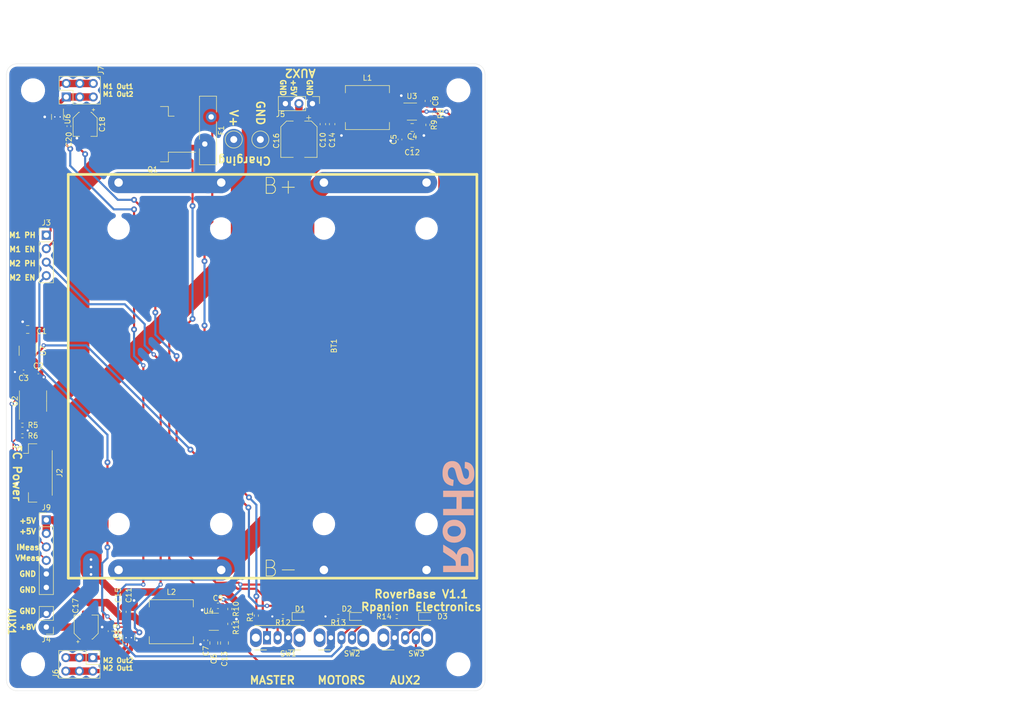
<source format=kicad_pcb>
(kicad_pcb (version 20171130) (host pcbnew 5.1.10-88a1d61d58~88~ubuntu20.04.1)
  (layers (0 F.Cu signal) (31 B.Cu signal) (34 B.Paste user) (35 F.Paste user) (36 B.SilkS user) (37 F.SilkS user) (38 B.Mask user) (39 F.Mask user) (44 Edge.Cuts user))
  (net 0 "")
  (net 1 "Net-(BT1-Pad1)")
  (net 2 GND)
  (net 3 "Net-(C1-Pad1)")
  (net 4 "Net-(C2-Pad1)")
  (net 5 /VIN)
  (net 6 "Net-(C8-Pad2)")
  (net 7 "Net-(C8-Pad1)")
  (net 8 "Net-(C9-Pad2)")
  (net 9 "Net-(C9-Pad1)")
  (net 10 "Net-(C10-Pad1)")
  (net 11 /FC_5V)
  (net 12 "Net-(D1-Pad1)")
  (net 13 "Net-(D2-Pad2)")
  (net 14 "Net-(D2-Pad1)")
  (net 15 "Net-(D3-Pad1)")
  (net 16 "Net-(J2-Pad4)")
  (net 17 "Net-(J2-Pad3)")
  (net 18 "Net-(J3-Pad4)")
  (net 19 "Net-(J3-Pad3)")
  (net 20 "Net-(J3-Pad2)")
  (net 21 "Net-(J3-Pad1)")
  (net 22 "Net-(J6-Pad1)")
  (net 23 "Net-(J7-Pad1)")
  (net 24 "Net-(R8-Pad2)")
  (net 25 "Net-(R10-Pad2)")
  (net 26 "Net-(SW3-Pad2)")
  (net 27 "Net-(BT1-Pad3)")
  (net 28 "Net-(J6-Pad2)")
  (net 29 "Net-(J7-Pad2)")
  (net 30 "Net-(R1-Pad1)")
  (net 31 "Net-(Q1-Pad1)")
  (net 32 "Net-(F1-Pad1)")
  (module Symbol:RoHS-Logo_6mm_SilkScreen (layer B.Cu) (at 223.596876 114.2 90)
    (fp_text reference REF** hide)
    (fp_text value RoHS-Logo_6mm_SilkScreen hide)
  )
  (module Fuse:Fuse_Bourns_MF-RG800 (layer F.Cu) (at 177.096876 39 270)
    (fp_text reference F1 (at 2.55 -1.9 90) (layer F.SilkS))
    (fp_text value Polyfuse)
    (pad 2 thru_hole circle (at 5.1 1.2 270) (size 2.01 2.01) (drill 1.01) (layers *.Cu *.Mask) (net 27 "Net-(BT1-Pad3)"))
    (pad 1 thru_hole circle (at 0 0 270) (size 2.01 2.01) (drill 1.01) (layers *.Cu *.Mask) (net 32 "Net-(F1-Pad1)"))
  )
  (module RomiBase:BK-18650-PC8 (layer F.Cu) (at 217.596876 60 270)
    (fp_text reference BT1 (at 22.1 17.4 90) (layer F.SilkS))
    (fp_text value BK-18650-PC8)
    (pad 5 thru_hole circle (at 64.25 57.909 270) (size 2.5 2.5) (drill 1.6) (layers *.Cu *.Mask) (net 1 "Net-(BT1-Pad1)"))
    (pad 4 thru_hole circle (at -8.65 57.909 270) (size 2.5 2.5) (drill 1.6) (layers *.Cu *.Mask) (net 27 "Net-(BT1-Pad3)"))
    (pad 6 thru_hole circle (at 64.25 38.606 270) (size 2.5 2.5) (drill 1.6) (layers *.Cu *.Mask) (net 1 "Net-(BT1-Pad1)"))
    (pad 3 thru_hole circle (at -8.65 38.606 270) (size 2.5 2.5) (drill 1.6) (layers *.Cu *.Mask) (net 27 "Net-(BT1-Pad3)"))
    (pad 7 thru_hole circle (at 64.25 19.303 270) (size 2.5 2.5) (drill 1.6) (layers *.Cu *.Mask) (net 2 GND))
    (pad 2 thru_hole circle (at -8.65 19.303 270) (size 2.5 2.5) (drill 1.6) (layers *.Cu *.Mask) (net 1 "Net-(BT1-Pad1)"))
    (pad 8 thru_hole circle (at 64.25 0 270) (size 2.5 2.5) (drill 1.6) (layers *.Cu *.Mask) (net 2 GND))
    (pad 1 thru_hole circle (at -8.65 0 270) (size 2.5 2.5) (drill 1.6) (layers *.Cu *.Mask) (net 1 "Net-(BT1-Pad1)"))
    (pad "" np_thru_hole circle (at 55.61 57.909 270) (size 3.2 3.2) (drill 3.2) (layers *.Cu *.Mask))
    (pad "" np_thru_hole circle (at 0 57.909 270) (size 3.2 3.2) (drill 3.2) (layers *.Cu *.Mask))
    (pad "" np_thru_hole circle (at 55.61 38.606 270) (size 3.2 3.2) (drill 3.2) (layers *.Cu *.Mask))
    (pad "" np_thru_hole circle (at 0 38.606 270) (size 3.2 3.2) (drill 3.2) (layers *.Cu *.Mask))
    (pad "" np_thru_hole circle (at 55.61 19.303 270) (size 3.2 3.2) (drill 3.2) (layers *.Cu *.Mask))
    (pad "" np_thru_hole circle (at 0 19.303 270) (size 3.2 3.2) (drill 3.2) (layers *.Cu *.Mask))
    (pad "" np_thru_hole circle (at 55.61 0 270) (size 3.2 3.2) (drill 3.2) (layers *.Cu *.Mask))
    (pad "" np_thru_hole circle (at 0 0 270) (size 3.2 3.2) (drill 3.2) (layers *.Cu *.Mask))
  )
  (module Resistor_SMD:R_0402_1005Metric_Pad0.72x0.64mm_HandSolder (layer F.Cu) (at 185.596876 132.8475 90)
    (fp_text reference R1 (at -0.22 -1.17 90) (layer F.SilkS))
    (fp_text value 1k)
    (pad 2 smd roundrect (at 0.5975 0 90) (size 0.715 0.64) (layers F.Cu F.Paste F.Mask) (net 32 "Net-(F1-Pad1)"))
    (pad 1 smd roundrect (at -0.5975 0 90) (size 0.715 0.64) (layers F.Cu F.Paste F.Mask) (net 30 "Net-(R1-Pad1)"))
  )
  (module Package_TO_SOT_SMD:TO-263-2 (layer F.Cu) (at 166.096876 42.25 180)
    (fp_text reference Q1 (at 0 -6.65) (layer F.SilkS))
    (fp_text value " MOSFET P-CH 40V 50A")
    (pad 2 smd rect (at 3.375 0 180) (size 9.4 10.8) (layers F.Cu F.Mask) (net 3 "Net-(C1-Pad1)"))
    (pad 3 smd rect (at -5.775 2.54 180) (size 4.6 1.1) (layers F.Cu F.Paste F.Mask) (net 32 "Net-(F1-Pad1)"))
    (pad 1 smd rect (at -5.775 -2.54 180) (size 4.6 1.1) (layers F.Cu F.Paste F.Mask) (net 31 "Net-(Q1-Pad1)"))
  )
  (module Package_SON:WSON-8-1EP_2x2mm_P0.5mm_EP0.9x1.6mm_ThermalVias (layer F.Cu) (at 148.196876 39 270)
    (fp_text reference U6 (at 0.38 -1.9 90) (layer F.SilkS))
    (fp_text value DRV8838)
    (pad 9 smd rect (at 0 0 270) (size 0.9 1.6) (layers B.Cu) (net 2 GND))
    (pad 6 smd rect (at 0.95 0.25 270) (size 0.5 0.25) (layers F.Cu F.Paste F.Mask) (net 20 "Net-(J3-Pad2)"))
    (pad 5 smd rect (at 0.95 0.75 270) (size 0.5 0.25) (layers F.Cu F.Paste F.Mask) (net 21 "Net-(J3-Pad1)"))
    (pad 4 smd rect (at -0.95 0.75 270) (size 0.5 0.25) (layers F.Cu F.Paste F.Mask) (net 2 GND))
    (pad 2 smd rect (at -0.95 -0.25 270) (size 0.5 0.25) (layers F.Cu F.Paste F.Mask) (net 23 "Net-(J7-Pad1)"))
    (pad 1 smd rect (at -0.95 -0.75 270) (size 0.5 0.25) (layers F.Cu F.Paste F.Mask) (net 5 /VIN))
    (pad 9 smd rect (at 0 0 270) (size 0.9 1.6) (layers F.Cu F.Mask) (net 2 GND))
    (pad 9 thru_hole circle (at 0 0.5 270) (size 0.6 0.6) (drill 0.25) (layers *.Cu) (net 2 GND))
    (pad 9 thru_hole circle (at 0 -0.5 270) (size 0.6 0.6) (drill 0.25) (layers *.Cu) (net 2 GND))
    (pad 8 smd rect (at 0.95 -0.75 270) (size 0.5 0.25) (layers F.Cu F.Paste F.Mask) (net 11 /FC_5V))
    (pad 7 smd rect (at 0.95 -0.25 270) (size 0.5 0.25) (layers F.Cu F.Paste F.Mask) (net 13 "Net-(D2-Pad2)"))
    (pad 3 smd rect (at -0.95 0.25 270) (size 0.5 0.25) (layers F.Cu F.Paste F.Mask) (net 29 "Net-(J7-Pad2)"))
  )
  (module Package_SON:WSON-8-1EP_2x2mm_P0.5mm_EP0.9x1.6mm_ThermalVias (layer F.Cu) (at 161.596876 137 90)
    (fp_text reference U5 (at 0.38 -1.9 90) (layer F.SilkS))
    (fp_text value DRV8838)
    (pad 9 smd rect (at 0 0 90) (size 0.9 1.6) (layers B.Cu) (net 2 GND))
    (pad 6 smd rect (at 0.95 0.25 90) (size 0.5 0.25) (layers F.Cu F.Paste F.Mask) (net 18 "Net-(J3-Pad4)"))
    (pad 5 smd rect (at 0.95 0.75 90) (size 0.5 0.25) (layers F.Cu F.Paste F.Mask) (net 19 "Net-(J3-Pad3)"))
    (pad 4 smd rect (at -0.95 0.75 90) (size 0.5 0.25) (layers F.Cu F.Paste F.Mask) (net 2 GND))
    (pad 2 smd rect (at -0.95 -0.25 90) (size 0.5 0.25) (layers F.Cu F.Paste F.Mask) (net 22 "Net-(J6-Pad1)"))
    (pad 1 smd rect (at -0.95 -0.75 90) (size 0.5 0.25) (layers F.Cu F.Paste F.Mask) (net 5 /VIN))
    (pad 9 smd rect (at 0 0 90) (size 0.9 1.6) (layers F.Cu F.Mask) (net 2 GND))
    (pad 9 thru_hole circle (at 0 0.5 90) (size 0.6 0.6) (drill 0.25) (layers *.Cu) (net 2 GND))
    (pad 9 thru_hole circle (at 0 -0.5 90) (size 0.6 0.6) (drill 0.25) (layers *.Cu) (net 2 GND))
    (pad 8 smd rect (at 0.95 -0.75 90) (size 0.5 0.25) (layers F.Cu F.Paste F.Mask) (net 11 /FC_5V))
    (pad 7 smd rect (at 0.95 -0.25 90) (size 0.5 0.25) (layers F.Cu F.Paste F.Mask) (net 13 "Net-(D2-Pad2)"))
    (pad 3 smd rect (at -0.95 0.25 90) (size 0.5 0.25) (layers F.Cu F.Paste F.Mask) (net 28 "Net-(J6-Pad2)"))
  )
  (module Capacitor_SMD:C_0402_1005Metric (layer F.Cu) (at 150.346876 40.75 270)
    (fp_text reference C20 (at 2.5 0 90) (layer F.SilkS))
    (fp_text value "100nF, 16V")
    (pad 2 smd roundrect (at 0.48 0 270) (size 0.56 0.62) (layers F.Cu F.Paste F.Mask) (net 11 /FC_5V))
    (pad 1 smd roundrect (at -0.48 0 270) (size 0.56 0.62) (layers F.Cu F.Paste F.Mask) (net 2 GND))
  )
  (module Capacitor_SMD:C_0402_1005Metric (layer F.Cu) (at 158.096876 135.77 270)
    (fp_text reference C19 (at 0 -1.16 90) (layer F.SilkS))
    (fp_text value "100nF, 16V")
    (pad 2 smd roundrect (at 0.48 0 270) (size 0.56 0.62) (layers F.Cu F.Paste F.Mask) (net 2 GND))
    (pad 1 smd roundrect (at -0.48 0 270) (size 0.56 0.62) (layers F.Cu F.Paste F.Mask) (net 11 /FC_5V))
  )
  (module Capacitor_SMD:C_0402_1005Metric (layer F.Cu) (at 141.821876 87 180)
    (fp_text reference C3 (at 0 -1.16) (layer F.SilkS))
    (fp_text value "100nF, 16V")
    (pad 2 smd roundrect (at 0.48 0 180) (size 0.56 0.62) (layers F.Cu F.Paste F.Mask) (net 2 GND))
    (pad 1 smd roundrect (at -0.48 0 180) (size 0.56 0.62) (layers F.Cu F.Paste F.Mask) (net 4 "Net-(C2-Pad1)"))
  )
  (module Connector_PinHeader_2.54mm:PinHeader_1x06_P2.54mm_Vertical (layer F.Cu) (at 146.096876 114.84)
    (fp_text reference J9 (at 0 -2.33) (layer F.SilkS))
    (fp_text value Conn_01x06)
    (pad 6 thru_hole oval (at 0 12.7) (size 1.7 1.7) (drill 1) (layers *.Cu *.Mask) (net 2 GND))
    (pad 5 thru_hole oval (at 0 10.16) (size 1.7 1.7) (drill 1) (layers *.Cu *.Mask) (net 2 GND))
    (pad 4 thru_hole oval (at 0 7.62) (size 1.7 1.7) (drill 1) (layers *.Cu *.Mask) (net 16 "Net-(J2-Pad4)"))
    (pad 3 thru_hole oval (at 0 5.08) (size 1.7 1.7) (drill 1) (layers *.Cu *.Mask) (net 17 "Net-(J2-Pad3)"))
    (pad 2 thru_hole oval (at 0 2.54) (size 1.7 1.7) (drill 1) (layers *.Cu *.Mask) (net 11 /FC_5V))
    (pad 1 thru_hole rect (at 0 0) (size 1.7 1.7) (drill 1) (layers *.Cu *.Mask) (net 11 /FC_5V))
  )
  (module Connector_JST:JST_GH_BM06B-GHS-TBT_1x06-1MP_P1.25mm_Vertical (layer F.Cu) (at 144.596876 106 270)
    (fp_text reference J2 (at 0 -4 90) (layer F.SilkS))
    (fp_text value Conn_01x06)
    (pad MP smd roundrect (at 4.975 -1.4 270) (size 1 2.8) (layers F.Cu F.Paste F.Mask))
    (pad MP smd roundrect (at -4.975 -1.4 270) (size 1 2.8) (layers F.Cu F.Paste F.Mask))
    (pad 6 smd roundrect (at 3.125 1.95 270) (size 0.6 1.7) (layers F.Cu F.Paste F.Mask) (net 2 GND))
    (pad 5 smd roundrect (at 1.875 1.95 270) (size 0.6 1.7) (layers F.Cu F.Paste F.Mask) (net 2 GND))
    (pad 4 smd roundrect (at 0.625 1.95 270) (size 0.6 1.7) (layers F.Cu F.Paste F.Mask) (net 16 "Net-(J2-Pad4)"))
    (pad 3 smd roundrect (at -0.625 1.95 270) (size 0.6 1.7) (layers F.Cu F.Paste F.Mask) (net 17 "Net-(J2-Pad3)"))
    (pad 2 smd roundrect (at -1.875 1.95 270) (size 0.6 1.7) (layers F.Cu F.Paste F.Mask) (net 11 /FC_5V))
    (pad 1 smd roundrect (at -3.125 1.95 270) (size 0.6 1.7) (layers F.Cu F.Paste F.Mask) (net 11 /FC_5V))
  )
  (module Capacitor_SMD:CP_Elec_4x5.4 (layer F.Cu) (at 153.396876 40.4 270)
    (fp_text reference C18 (at 0 -3.2 90) (layer F.SilkS))
    (fp_text value "10uF 16V")
    (pad 2 smd roundrect (at 1.8 0 270) (size 2.6 1.6) (layers F.Cu F.Paste F.Mask) (roundrect_rratio 0.15625) (net 2 GND))
    (pad 1 smd roundrect (at -1.8 0 270) (size 2.6 1.6) (layers F.Cu F.Paste F.Mask) (roundrect_rratio 0.15625) (net 5 /VIN))
  )
  (module Capacitor_SMD:CP_Elec_4x5.4 (layer F.Cu) (at 153.596876 135 90)
    (fp_text reference C17 (at 4 -2 90) (layer F.SilkS))
    (fp_text value "10uF 16V")
    (pad 2 smd roundrect (at 1.8 0 90) (size 2.6 1.6) (layers F.Cu F.Paste F.Mask) (roundrect_rratio 0.15625) (net 2 GND))
    (pad 1 smd roundrect (at -1.8 0 90) (size 2.6 1.6) (layers F.Cu F.Paste F.Mask) (roundrect_rratio 0.15625) (net 5 /VIN))
  )
  (module Connector_Pin:Pin_D1.3mm_L11.0mm (layer F.Cu) (at 181.346876 43.25)
    (fp_text reference J8 hide)
    (fp_text value Conn_01x01 hide)
    (pad 1 thru_hole circle (at 0 0) (size 2.6 2.6) (drill 1.3) (layers *.Cu *.Mask) (net 27 "Net-(BT1-Pad3)"))
  )
  (module Connector_Pin:Pin_D1.3mm_L11.0mm (layer F.Cu) (at 186.346876 43.25)
    (fp_text reference J1 hide)
    (fp_text value Conn_01x01 hide)
    (pad 1 thru_hole circle (at 0 0) (size 2.6 2.6) (drill 1.3) (layers *.Cu *.Mask) (net 2 GND))
  )
  (module Vishay_IHLP-3232:L_Vishay_IHLP-3232 (layer F.Cu) (at 169.596876 134)
    (fp_text reference L2 (at 0 -5.6) (layer F.SilkS))
    (fp_text value "3.3 uH")
    (pad 2 smd rect (at 3.62 0) (size 2.5 5.4) (layers F.Cu F.Paste F.Mask) (net 9 "Net-(C9-Pad1)"))
    (pad 1 smd rect (at -3.62 0) (size 2.5 5.4) (layers F.Cu F.Paste F.Mask) (net 11 /FC_5V))
  )
  (module Vishay_IHLP-3232:L_Vishay_IHLP-3232 (layer F.Cu) (at 206.476876 37.25)
    (fp_text reference L1 (at 0 -5.6) (layer F.SilkS))
    (fp_text value "3.3 uH")
    (pad 2 smd rect (at 3.62 0) (size 2.5 5.4) (layers F.Cu F.Paste F.Mask) (net 7 "Net-(C8-Pad1)"))
    (pad 1 smd rect (at -3.62 0) (size 2.5 5.4) (layers F.Cu F.Paste F.Mask) (net 10 "Net-(C10-Pad1)"))
  )
  (module MountingHole:MountingHole_3.5mm (layer F.Cu) (at 223.596876 142)
    (fp_text reference H4 hide)
    (fp_text value MountingHole)
    (pad 1 np_thru_hole circle (at 0 0) (size 3.5 3.5) (drill 3.5) (layers *.Cu *.Mask))
  )
  (module MountingHole:MountingHole_3.5mm (layer F.Cu) (at 143.596876 34)
    (fp_text reference H3 hide)
    (fp_text value MountingHole)
    (pad 1 np_thru_hole circle (at 0 0) (size 3.5 3.5) (drill 3.5) (layers *.Cu *.Mask))
  )
  (module MountingHole:MountingHole_3.5mm (layer F.Cu) (at 223.596876 34)
    (fp_text reference H2 hide)
    (fp_text value MountingHole)
    (pad 1 np_thru_hole circle (at 0 0) (size 3.5 3.5) (drill 3.5) (layers *.Cu *.Mask))
  )
  (module MountingHole:MountingHole_3.5mm (layer F.Cu) (at 143.596876 142)
    (fp_text reference H1 hide)
    (fp_text value MountingHole)
    (pad 1 np_thru_hole circle (at 0 0) (size 3.5 3.5) (drill 3.5) (layers *.Cu *.Mask))
  )
  (module Capacitor_SMD:CP_Elec_6.3x5.4_Nichicon (layer F.Cu) (at 193.596876 43.2 270)
    (fp_text reference C16 (at 0.3 4.25 90) (layer F.SilkS))
    (fp_text value "100uF, 16V")
    (pad 2 smd roundrect (at 2.7 0 270) (size 3.5 1.6) (layers F.Cu F.Paste F.Mask) (roundrect_rratio 0.15625) (net 2 GND))
    (pad 1 smd roundrect (at -2.7 0 270) (size 3.5 1.6) (layers F.Cu F.Paste F.Mask) (roundrect_rratio 0.15625) (net 10 "Net-(C10-Pad1)"))
  )
  (module Button_Switch_THT:SW_CuK_OS102011MA1QN1_SPDT_Angled (layer F.Cu) (at 199.596876 137)
    (fp_text reference SW2 (at 4 3) (layer F.SilkS))
    (fp_text value SW_SPDT)
    (pad "" thru_hole oval (at 6.1 0) (size 2.2 3.5) (drill 1.5) (layers *.Cu *.Mask))
    (pad "" thru_hole oval (at -2.1 0) (size 2.2 3.5) (drill 1.5) (layers *.Cu *.Mask))
    (pad 3 thru_hole oval (at 4 0) (size 1.5 2.5) (drill 0.9) (layers *.Cu *.Mask) (net 11 /FC_5V))
    (pad 2 thru_hole oval (at 2 0) (size 1.5 2.5) (drill 0.9) (layers *.Cu *.Mask) (net 13 "Net-(D2-Pad2)"))
    (pad 1 thru_hole rect (at 0 0) (size 1.5 2.5) (drill 0.9) (layers *.Cu *.Mask) (net 2 GND))
  )
  (module Package_TO_SOT_SMD:SOT-23-5_HandSoldering (layer F.Cu) (at 142.596876 83 270)
    (fp_text reference U7 (at 0 -2.9 90) (layer F.SilkS))
    (fp_text value TPS70933)
    (pad 5 smd rect (at 1.35 -0.95 270) (size 1.56 0.65) (layers F.Cu F.Paste F.Mask) (net 4 "Net-(C2-Pad1)"))
    (pad 4 smd rect (at 1.35 0.95 270) (size 1.56 0.65) (layers F.Cu F.Paste F.Mask))
    (pad 3 smd rect (at -1.35 0.95 270) (size 1.56 0.65) (layers F.Cu F.Paste F.Mask))
    (pad 2 smd rect (at -1.35 0 270) (size 1.56 0.65) (layers F.Cu F.Paste F.Mask) (net 2 GND))
    (pad 1 smd rect (at -1.35 -0.95 270) (size 1.56 0.65) (layers F.Cu F.Paste F.Mask) (net 3 "Net-(C1-Pad1)"))
  )
  (module Package_TO_SOT_SMD:SOT-23-6 (layer F.Cu) (at 177.596876 134)
    (fp_text reference U4 (at -1 -2) (layer F.SilkS))
    (fp_text value TPS565201)
    (pad 5 smd rect (at 1.1 0) (size 1.06 0.65) (layers F.Cu F.Paste F.Mask) (net 5 /VIN))
    (pad 6 smd rect (at 1.1 -0.95) (size 1.06 0.65) (layers F.Cu F.Paste F.Mask) (net 8 "Net-(C9-Pad2)"))
    (pad 4 smd rect (at 1.1 0.95) (size 1.06 0.65) (layers F.Cu F.Paste F.Mask) (net 25 "Net-(R10-Pad2)"))
    (pad 3 smd rect (at -1.1 0.95) (size 1.06 0.65) (layers F.Cu F.Paste F.Mask) (net 5 /VIN))
    (pad 2 smd rect (at -1.1 0) (size 1.06 0.65) (layers F.Cu F.Paste F.Mask) (net 9 "Net-(C9-Pad1)"))
    (pad 1 smd rect (at -1.1 -0.95) (size 1.06 0.65) (layers F.Cu F.Paste F.Mask) (net 2 GND))
  )
  (module Package_TO_SOT_SMD:SOT-23-6 (layer F.Cu) (at 214.846876 38)
    (fp_text reference U3 (at 0 -2.9) (layer F.SilkS))
    (fp_text value TPS565201)
    (pad 5 smd rect (at 1.1 0) (size 1.06 0.65) (layers F.Cu F.Paste F.Mask) (net 26 "Net-(SW3-Pad2)"))
    (pad 6 smd rect (at 1.1 -0.95) (size 1.06 0.65) (layers F.Cu F.Paste F.Mask) (net 6 "Net-(C8-Pad2)"))
    (pad 4 smd rect (at 1.1 0.95) (size 1.06 0.65) (layers F.Cu F.Paste F.Mask) (net 24 "Net-(R8-Pad2)"))
    (pad 3 smd rect (at -1.1 0.95) (size 1.06 0.65) (layers F.Cu F.Paste F.Mask) (net 5 /VIN))
    (pad 2 smd rect (at -1.1 0) (size 1.06 0.65) (layers F.Cu F.Paste F.Mask) (net 7 "Net-(C8-Pad1)"))
    (pad 1 smd rect (at -1.1 -0.95) (size 1.06 0.65) (layers F.Cu F.Paste F.Mask) (net 2 GND))
  )
  (module Package_SO:SOIC-8_3.9x4.9mm_P1.27mm (layer F.Cu) (at 143.596876 92.475 90)
    (fp_text reference U2 (at 0 -3.4 90) (layer F.SilkS))
    (fp_text value ACS711ELCTR-12AB-T)
    (pad 8 smd roundrect (at 2.475 -1.905 90) (size 1.95 0.6) (layers F.Cu F.Paste F.Mask) (net 4 "Net-(C2-Pad1)"))
    (pad 7 smd roundrect (at 2.475 -0.635 90) (size 1.95 0.6) (layers F.Cu F.Paste F.Mask) (net 17 "Net-(J2-Pad3)"))
    (pad 6 smd roundrect (at 2.475 0.635 90) (size 1.95 0.6) (layers F.Cu F.Paste F.Mask))
    (pad 5 smd roundrect (at 2.475 1.905 90) (size 1.95 0.6) (layers F.Cu F.Paste F.Mask) (net 2 GND))
    (pad 4 smd roundrect (at -2.475 1.905 90) (size 1.95 0.6) (layers F.Cu F.Paste F.Mask) (net 5 /VIN))
    (pad 3 smd roundrect (at -2.475 0.635 90) (size 1.95 0.6) (layers F.Cu F.Paste F.Mask) (net 5 /VIN))
    (pad 2 smd roundrect (at -2.475 -0.635 90) (size 1.95 0.6) (layers F.Cu F.Paste F.Mask) (net 3 "Net-(C1-Pad1)"))
    (pad 1 smd roundrect (at -2.475 -1.905 90) (size 1.95 0.6) (layers F.Cu F.Paste F.Mask) (net 3 "Net-(C1-Pad1)"))
  )
  (module Button_Switch_THT:SW_CuK_OS102011MA1QN1_SPDT_Angled (layer F.Cu) (at 211.596876 137)
    (fp_text reference SW3 (at 4.1 3) (layer F.SilkS))
    (fp_text value SW_SPDT)
    (pad "" thru_hole oval (at 6.1 0) (size 2.2 3.5) (drill 1.5) (layers *.Cu *.Mask))
    (pad "" thru_hole oval (at -2.1 0) (size 2.2 3.5) (drill 1.5) (layers *.Cu *.Mask))
    (pad 3 thru_hole oval (at 4 0) (size 1.5 2.5) (drill 0.9) (layers *.Cu *.Mask) (net 5 /VIN))
    (pad 2 thru_hole oval (at 2 0) (size 1.5 2.5) (drill 0.9) (layers *.Cu *.Mask) (net 26 "Net-(SW3-Pad2)"))
    (pad 1 thru_hole rect (at 0 0) (size 1.5 2.5) (drill 0.9) (layers *.Cu *.Mask) (net 2 GND))
  )
  (module Button_Switch_THT:SW_CuK_OS102011MA1QN1_SPDT_Angled (layer F.Cu) (at 187.596876 137)
    (fp_text reference SW1 (at 4 3) (layer F.SilkS))
    (fp_text value SW_SPDT)
    (pad "" thru_hole oval (at 6.1 0) (size 2.2 3.5) (drill 1.5) (layers *.Cu *.Mask))
    (pad "" thru_hole oval (at -2.1 0) (size 2.2 3.5) (drill 1.5) (layers *.Cu *.Mask))
    (pad 3 thru_hole oval (at 4 0) (size 1.5 2.5) (drill 0.9) (layers *.Cu *.Mask) (net 2 GND))
    (pad 2 thru_hole oval (at 2 0) (size 1.5 2.5) (drill 0.9) (layers *.Cu *.Mask) (net 31 "Net-(Q1-Pad1)"))
    (pad 1 thru_hole rect (at 0 0) (size 1.5 2.5) (drill 0.9) (layers *.Cu *.Mask) (net 30 "Net-(R1-Pad1)"))
  )
  (module Resistor_SMD:R_0402_1005Metric_Pad0.72x0.64mm_HandSolder (layer F.Cu) (at 211.999376 133)
    (fp_text reference R14 (at -2.4025 0) (layer F.SilkS))
    (fp_text value 1k)
    (pad 2 smd roundrect (at 0.5975 0) (size 0.715 0.64) (layers F.Cu F.Paste F.Mask) (net 15 "Net-(D3-Pad1)"))
    (pad 1 smd roundrect (at -0.5975 0) (size 0.715 0.64) (layers F.Cu F.Paste F.Mask) (net 2 GND))
  )
  (module Resistor_SMD:R_0402_1005Metric_Pad0.72x0.64mm_HandSolder (layer F.Cu) (at 200.999376 133 180)
    (fp_text reference R13 (at 0 -1.17) (layer F.SilkS))
    (fp_text value 1k)
    (pad 2 smd roundrect (at 0.5975 0 180) (size 0.715 0.64) (layers F.Cu F.Paste F.Mask) (net 2 GND))
    (pad 1 smd roundrect (at -0.5975 0 180) (size 0.715 0.64) (layers F.Cu F.Paste F.Mask) (net 14 "Net-(D2-Pad1)"))
  )
  (module Resistor_SMD:R_0402_1005Metric_Pad0.72x0.64mm_HandSolder (layer F.Cu) (at 190.596876 133 180)
    (fp_text reference R12 (at 0 -1.17) (layer F.SilkS))
    (fp_text value 1k)
    (pad 2 smd roundrect (at 0.5975 0 180) (size 0.715 0.64) (layers F.Cu F.Paste F.Mask) (net 2 GND))
    (pad 1 smd roundrect (at -0.5975 0 180) (size 0.715 0.64) (layers F.Cu F.Paste F.Mask) (net 12 "Net-(D1-Pad1)"))
  )
  (module Resistor_SMD:R_0402_1005Metric_Pad0.72x0.64mm_HandSolder (layer F.Cu) (at 180.596876 134.4025 270)
    (fp_text reference R11 (at 0.5975 -1.17 90) (layer F.SilkS))
    (fp_text value 10k)
    (pad 2 smd roundrect (at 0.5975 0 270) (size 0.715 0.64) (layers F.Cu F.Paste F.Mask) (net 2 GND))
    (pad 1 smd roundrect (at -0.5975 0 270) (size 0.715 0.64) (layers F.Cu F.Paste F.Mask) (net 25 "Net-(R10-Pad2)"))
  )
  (module Resistor_SMD:R_0402_1005Metric_Pad0.72x0.64mm_HandSolder (layer F.Cu) (at 180.596876 131.5975 270)
    (fp_text reference R10 (at 0 -1.17 90) (layer F.SilkS))
    (fp_text value 59k)
    (pad 2 smd roundrect (at 0.5975 0 270) (size 0.715 0.64) (layers F.Cu F.Paste F.Mask) (net 25 "Net-(R10-Pad2)"))
    (pad 1 smd roundrect (at -0.5975 0 270) (size 0.715 0.64) (layers F.Cu F.Paste F.Mask) (net 11 /FC_5V))
  )
  (module Resistor_SMD:R_0402_1005Metric_Pad0.72x0.64mm_HandSolder (layer F.Cu) (at 217.846876 40.5 270)
    (fp_text reference R9 (at 0 -1.17 90) (layer F.SilkS))
    (fp_text value 10k)
    (pad 2 smd roundrect (at 0.5975 0 270) (size 0.715 0.64) (layers F.Cu F.Paste F.Mask) (net 2 GND))
    (pad 1 smd roundrect (at -0.5975 0 270) (size 0.715 0.64) (layers F.Cu F.Paste F.Mask) (net 24 "Net-(R8-Pad2)"))
  )
  (module Resistor_SMD:R_0402_1005Metric_Pad0.72x0.64mm_HandSolder (layer F.Cu) (at 219.096876 38.4025 270)
    (fp_text reference R8 (at 0 -1.17 90) (layer F.SilkS))
    (fp_text value 56.2k)
    (pad 2 smd roundrect (at 0.5975 0 270) (size 0.715 0.64) (layers F.Cu F.Paste F.Mask) (net 24 "Net-(R8-Pad2)"))
    (pad 1 smd roundrect (at -0.5975 0 270) (size 0.715 0.64) (layers F.Cu F.Paste F.Mask) (net 10 "Net-(C10-Pad1)"))
  )
  (module Resistor_SMD:R_0402_1005Metric_Pad0.72x0.64mm_HandSolder (layer F.Cu) (at 141.596876 99)
    (fp_text reference R6 (at 2 0) (layer F.SilkS))
    (fp_text value 10k)
    (pad 2 smd roundrect (at 0.5975 0) (size 0.715 0.64) (layers F.Cu F.Paste F.Mask) (net 2 GND))
    (pad 1 smd roundrect (at -0.5975 0) (size 0.715 0.64) (layers F.Cu F.Paste F.Mask) (net 16 "Net-(J2-Pad4)"))
  )
  (module Resistor_SMD:R_0402_1005Metric_Pad0.72x0.64mm_HandSolder (layer F.Cu) (at 141.596876 97 180)
    (fp_text reference R5 (at -2 0) (layer F.SilkS))
    (fp_text value 30k)
    (pad 2 smd roundrect (at 0.5975 0 180) (size 0.715 0.64) (layers F.Cu F.Paste F.Mask) (net 16 "Net-(J2-Pad4)"))
    (pad 1 smd roundrect (at -0.5975 0 180) (size 0.715 0.64) (layers F.Cu F.Paste F.Mask) (net 3 "Net-(C1-Pad1)"))
  )
  (module Connector_PinHeader_2.54mm:PinHeader_2x03_P2.54mm_Vertical (layer F.Cu) (at 149.846876 35.25 90)
    (fp_text reference J7 (at 5 6.54 90) (layer F.SilkS))
    (fp_text value Conn_02x03_Counter_Clockwise)
    (pad 6 thru_hole oval (at 2.54 5.08 90) (size 1.7 1.7) (drill 1) (layers *.Cu *.Mask) (net 29 "Net-(J7-Pad2)"))
    (pad 5 thru_hole oval (at 0 5.08 90) (size 1.7 1.7) (drill 1) (layers *.Cu *.Mask) (net 23 "Net-(J7-Pad1)"))
    (pad 4 thru_hole oval (at 2.54 2.54 90) (size 1.7 1.7) (drill 1) (layers *.Cu *.Mask) (net 29 "Net-(J7-Pad2)"))
    (pad 3 thru_hole oval (at 0 2.54 90) (size 1.7 1.7) (drill 1) (layers *.Cu *.Mask) (net 23 "Net-(J7-Pad1)"))
    (pad 2 thru_hole oval (at 2.54 0 90) (size 1.7 1.7) (drill 1) (layers *.Cu *.Mask) (net 29 "Net-(J7-Pad2)"))
    (pad 1 thru_hole rect (at 0 0 90) (size 1.7 1.7) (drill 1) (layers *.Cu *.Mask) (net 23 "Net-(J7-Pad1)"))
  )
  (module Connector_PinHeader_2.54mm:PinHeader_2x03_P2.54mm_Vertical (layer F.Cu) (at 154.846876 140.75 270)
    (fp_text reference J6 (at 3 7 90) (layer F.SilkS))
    (fp_text value Conn_02x03_Counter_Clockwise)
    (pad 6 thru_hole oval (at 2.54 5.08 270) (size 1.7 1.7) (drill 1) (layers *.Cu *.Mask) (net 28 "Net-(J6-Pad2)"))
    (pad 5 thru_hole oval (at 0 5.08 270) (size 1.7 1.7) (drill 1) (layers *.Cu *.Mask) (net 22 "Net-(J6-Pad1)"))
    (pad 4 thru_hole oval (at 2.54 2.54 270) (size 1.7 1.7) (drill 1) (layers *.Cu *.Mask) (net 28 "Net-(J6-Pad2)"))
    (pad 3 thru_hole oval (at 0 2.54 270) (size 1.7 1.7) (drill 1) (layers *.Cu *.Mask) (net 22 "Net-(J6-Pad1)"))
    (pad 2 thru_hole oval (at 2.54 0 270) (size 1.7 1.7) (drill 1) (layers *.Cu *.Mask) (net 28 "Net-(J6-Pad2)"))
    (pad 1 thru_hole rect (at 0 0 270) (size 1.7 1.7) (drill 1) (layers *.Cu *.Mask) (net 22 "Net-(J6-Pad1)"))
  )
  (module Connector_PinHeader_2.54mm:PinHeader_1x03_P2.54mm_Vertical (layer F.Cu) (at 196.136876 36.5 270)
    (fp_text reference J5 (at 2 6 180) (layer F.SilkS))
    (fp_text value Conn_01x03)
    (pad 3 thru_hole oval (at 0 5.08 270) (size 1.7 1.7) (drill 1) (layers *.Cu *.Mask) (net 2 GND))
    (pad 2 thru_hole oval (at 0 2.54 270) (size 1.7 1.7) (drill 1) (layers *.Cu *.Mask) (net 10 "Net-(C10-Pad1)"))
    (pad 1 thru_hole rect (at 0 0 270) (size 1.7 1.7) (drill 1) (layers *.Cu *.Mask) (net 2 GND))
  )
  (module Connector_PinHeader_2.54mm:PinHeader_1x02_P2.54mm_Vertical (layer F.Cu) (at 146.096876 135 180)
    (fp_text reference J4 (at 0 -2.33) (layer F.SilkS))
    (fp_text value Conn_01x02)
    (pad 2 thru_hole oval (at 0 2.54 180) (size 1.7 1.7) (drill 1) (layers *.Cu *.Mask) (net 2 GND))
    (pad 1 thru_hole rect (at 0 0 180) (size 1.7 1.7) (drill 1) (layers *.Cu *.Mask) (net 5 /VIN))
  )
  (module Connector_PinHeader_2.54mm:PinHeader_1x04_P2.54mm_Vertical (layer F.Cu) (at 146.096876 61.25)
    (fp_text reference J3 (at 0 -2.33) (layer F.SilkS))
    (fp_text value Conn_01x04)
    (pad 4 thru_hole oval (at 0 7.62) (size 1.7 1.7) (drill 1) (layers *.Cu *.Mask) (net 18 "Net-(J3-Pad4)"))
    (pad 3 thru_hole oval (at 0 5.08) (size 1.7 1.7) (drill 1) (layers *.Cu *.Mask) (net 19 "Net-(J3-Pad3)"))
    (pad 2 thru_hole oval (at 0 2.54) (size 1.7 1.7) (drill 1) (layers *.Cu *.Mask) (net 20 "Net-(J3-Pad2)"))
    (pad 1 thru_hole rect (at 0 0) (size 1.7 1.7) (drill 1) (layers *.Cu *.Mask) (net 21 "Net-(J3-Pad1)"))
  )
  (module LED_SMD:LED_0603_1608Metric (layer F.Cu) (at 217.596876 133)
    (fp_text reference D3 (at 3 0) (layer F.SilkS))
    (fp_text value LED)
    (pad 2 smd roundrect (at 0.7875 0) (size 0.875 0.95) (layers F.Cu F.Paste F.Mask) (net 10 "Net-(C10-Pad1)"))
    (pad 1 smd roundrect (at -0.7875 0) (size 0.875 0.95) (layers F.Cu F.Paste F.Mask) (net 15 "Net-(D3-Pad1)"))
  )
  (module LED_SMD:LED_0603_1608Metric (layer F.Cu) (at 204.596876 133)
    (fp_text reference D2 (at -2 -1.43) (layer F.SilkS))
    (fp_text value LED)
    (pad 2 smd roundrect (at 0.7875 0) (size 0.875 0.95) (layers F.Cu F.Paste F.Mask) (net 13 "Net-(D2-Pad2)"))
    (pad 1 smd roundrect (at -0.7875 0) (size 0.875 0.95) (layers F.Cu F.Paste F.Mask) (net 14 "Net-(D2-Pad1)"))
  )
  (module LED_SMD:LED_0603_1608Metric (layer F.Cu) (at 193.809376 133)
    (fp_text reference D1 (at 0 -1.43) (layer F.SilkS))
    (fp_text value LED)
    (pad 2 smd roundrect (at 0.7875 0) (size 0.875 0.95) (layers F.Cu F.Paste F.Mask) (net 4 "Net-(C2-Pad1)"))
    (pad 1 smd roundrect (at -0.7875 0) (size 0.875 0.95) (layers F.Cu F.Paste F.Mask) (net 12 "Net-(D1-Pad1)"))
  )
  (module Capacitor_SMD:C_0603_1608Metric_Pad1.08x0.95mm_HandSolder (layer F.Cu) (at 160.596876 132.1375 90)
    (fp_text reference C15 (at 3.1375 -1 90) (layer F.SilkS))
    (fp_text value "22uF, 10V")
    (pad 2 smd roundrect (at 0.8625 0 90) (size 1.075 0.95) (layers F.Cu F.Paste F.Mask) (net 2 GND))
    (pad 1 smd roundrect (at -0.8625 0 90) (size 1.075 0.95) (layers F.Cu F.Paste F.Mask) (net 11 /FC_5V))
  )
  (module Capacitor_SMD:C_0603_1608Metric_Pad1.08x0.95mm_HandSolder (layer F.Cu) (at 199.846876 40.3625 270)
    (fp_text reference C14 (at 3 0 90) (layer F.SilkS))
    (fp_text value "22uF, 10V")
    (pad 2 smd roundrect (at 0.8625 0 270) (size 1.075 0.95) (layers F.Cu F.Paste F.Mask) (net 2 GND))
    (pad 1 smd roundrect (at -0.8625 0 270) (size 1.075 0.95) (layers F.Cu F.Paste F.Mask) (net 10 "Net-(C10-Pad1)"))
  )
  (module Capacitor_SMD:C_0805_2012Metric (layer F.Cu) (at 179.596876 138 90)
    (fp_text reference C13 (at -3 0 90) (layer F.SilkS))
    (fp_text value "10uF, 25V")
    (pad 2 smd roundrect (at 0.95 0 90) (size 1 1.45) (layers F.Cu F.Paste F.Mask) (net 5 /VIN))
    (pad 1 smd roundrect (at -0.95 0 90) (size 1 1.45) (layers F.Cu F.Paste F.Mask) (net 2 GND))
  )
  (module Capacitor_SMD:C_0805_2012Metric (layer F.Cu) (at 214.896876 44 180)
    (fp_text reference C12 (at 0 -1.68) (layer F.SilkS))
    (fp_text value "10uF, 25V")
    (pad 2 smd roundrect (at 0.95 0 180) (size 1 1.45) (layers F.Cu F.Paste F.Mask) (net 5 /VIN))
    (pad 1 smd roundrect (at -0.95 0 180) (size 1 1.45) (layers F.Cu F.Paste F.Mask) (net 2 GND))
  )
  (module Capacitor_SMD:C_0603_1608Metric_Pad1.08x0.95mm_HandSolder (layer F.Cu) (at 162.596876 132.1375 90)
    (fp_text reference C11 (at 3.1375 -1 90) (layer F.SilkS))
    (fp_text value "22uF, 10V")
    (pad 2 smd roundrect (at 0.8625 0 90) (size 1.075 0.95) (layers F.Cu F.Paste F.Mask) (net 2 GND))
    (pad 1 smd roundrect (at -0.8625 0 90) (size 1.075 0.95) (layers F.Cu F.Paste F.Mask) (net 11 /FC_5V))
  )
  (module Capacitor_SMD:C_0603_1608Metric_Pad1.08x0.95mm_HandSolder (layer F.Cu) (at 198.096876 40.3625 270)
    (fp_text reference C10 (at 3 0 90) (layer F.SilkS))
    (fp_text value "22uF, 10V")
    (pad 2 smd roundrect (at 0.8625 0 270) (size 1.075 0.95) (layers F.Cu F.Paste F.Mask) (net 2 GND))
    (pad 1 smd roundrect (at -0.8625 0 270) (size 1.075 0.95) (layers F.Cu F.Paste F.Mask) (net 10 "Net-(C10-Pad1)"))
  )
  (module Capacitor_SMD:C_0603_1608Metric (layer F.Cu) (at 178.371876 131)
    (fp_text reference C9 (at 0 -1.43) (layer F.SilkS))
    (fp_text value "100nF, 25V")
    (pad 2 smd roundrect (at 0.775 0) (size 0.9 0.95) (layers F.Cu F.Paste F.Mask) (net 8 "Net-(C9-Pad2)"))
    (pad 1 smd roundrect (at -0.775 0) (size 0.9 0.95) (layers F.Cu F.Paste F.Mask) (net 9 "Net-(C9-Pad1)"))
  )
  (module Capacitor_SMD:C_0603_1608Metric (layer F.Cu) (at 217.846876 36 270)
    (fp_text reference C8 (at 0 -1.43 90) (layer F.SilkS))
    (fp_text value "100nF, 25V")
    (pad 2 smd roundrect (at 0.775 0 270) (size 0.9 0.95) (layers F.Cu F.Paste F.Mask) (net 6 "Net-(C8-Pad2)"))
    (pad 1 smd roundrect (at -0.775 0 270) (size 0.9 0.95) (layers F.Cu F.Paste F.Mask) (net 7 "Net-(C8-Pad1)"))
  )
  (module Capacitor_SMD:C_0402_1005Metric (layer F.Cu) (at 176.096876 137.5 270)
    (fp_text reference C7 (at 2 0 90) (layer F.SilkS))
    (fp_text value "100nF, 16V")
    (pad 2 smd roundrect (at 0.48 0 270) (size 0.56 0.62) (layers F.Cu F.Paste F.Mask) (net 2 GND))
    (pad 1 smd roundrect (at -0.48 0 270) (size 0.56 0.62) (layers F.Cu F.Paste F.Mask) (net 5 /VIN))
  )
  (module Capacitor_SMD:C_0805_2012Metric (layer F.Cu) (at 177.596876 138 270)
    (fp_text reference C6 (at 3 0 90) (layer F.SilkS))
    (fp_text value "10uF, 25V")
    (pad 2 smd roundrect (at 0.95 0 270) (size 1 1.45) (layers F.Cu F.Paste F.Mask) (net 2 GND))
    (pad 1 smd roundrect (at -0.95 0 270) (size 1 1.45) (layers F.Cu F.Paste F.Mask) (net 5 /VIN))
  )
  (module Capacitor_SMD:C_0402_1005Metric (layer F.Cu) (at 212.596876 43.25 90)
    (fp_text reference C5 (at 0 -1.16 90) (layer F.SilkS))
    (fp_text value "100nF, 16V")
    (pad 2 smd roundrect (at 0.48 0 90) (size 0.56 0.62) (layers F.Cu F.Paste F.Mask) (net 5 /VIN))
    (pad 1 smd roundrect (at -0.48 0 90) (size 0.56 0.62) (layers F.Cu F.Paste F.Mask) (net 2 GND))
  )
  (module Capacitor_SMD:C_0805_2012Metric (layer F.Cu) (at 214.896876 41 180)
    (fp_text reference C4 (at 0 -1.68) (layer F.SilkS))
    (fp_text value "10uF, 25V")
    (pad 2 smd roundrect (at 0.95 0 180) (size 1 1.45) (layers F.Cu F.Paste F.Mask) (net 5 /VIN))
    (pad 1 smd roundrect (at -0.95 0 180) (size 1 1.45) (layers F.Cu F.Paste F.Mask) (net 2 GND))
  )
  (module Capacitor_SMD:C_0402_1005Metric (layer F.Cu) (at 144.596876 87)
    (fp_text reference C2 (at 0 -1.16) (layer F.SilkS))
    (fp_text value 2.2uF)
    (pad 2 smd roundrect (at 0.48 0) (size 0.56 0.62) (layers F.Cu F.Paste F.Mask) (net 2 GND))
    (pad 1 smd roundrect (at -0.48 0) (size 0.56 0.62) (layers F.Cu F.Paste F.Mask) (net 4 "Net-(C2-Pad1)"))
  )
  (module Capacitor_SMD:C_0805_2012Metric (layer F.Cu) (at 142.596876 79 180)
    (fp_text reference C1 (at -2.628124 -0.33) (layer F.SilkS))
    (fp_text value "1.0uF, 50V")
    (pad 2 smd roundrect (at 0.95 0 180) (size 1 1.45) (layers F.Cu F.Paste F.Mask) (net 2 GND))
    (pad 1 smd roundrect (at -0.95 0 180) (size 1 1.45) (layers F.Cu F.Paste F.Mask) (net 3 "Net-(C1-Pad1)"))
  )
  (gr_text B+ (at 190.096876 52) (layer F.SilkS) (effects (font (size 3 3))))
  (gr_text B- (at 190.096876 124) (layer F.SilkS) (effects (font (size 3 3))))
  (gr_text IMeas (at 142.596876 120) (layer F.SilkS) (effects (font (size 1 1) (thickness 0.25))))
  (gr_text VMeas (at 142.596876 122) (layer F.SilkS) (effects (font (size 1 1) (thickness 0.25))))
  (gr_text +5V (at 142.596876 117) (layer F.SilkS) (effects (font (size 1 1) (thickness 0.25))))
  (gr_text +5V (at 142.596876 115) (layer F.SilkS) (effects (font (size 1 1) (thickness 0.25))))
  (gr_text GND (at 142.596876 125) (layer F.SilkS) (effects (font (size 1 1) (thickness 0.25))))
  (gr_text GND (at 142.596876 128) (layer F.SilkS) (effects (font (size 1 1) (thickness 0.25))))
  (gr_text "M1 PH" (at 141.596876 61.25) (layer F.SilkS) (effects (font (size 1 1) (thickness 0.25))))
  (gr_arc (start 140.596876 31) (end 140.596876 29) (angle -90) (layer Edge.Cuts) (width 0.05))
  (gr_arc (start 140.596876 145) (end 138.596876 145) (angle -90) (layer Edge.Cuts) (width 0.05))
  (gr_text GND (at 195.596876 33.5 270) (layer F.SilkS) (effects (font (size 1 1) (thickness 0.25))))
  (gr_arc (start 226.596876 31) (end 228.596876 31) (angle -90) (layer Edge.Cuts) (width 0.05))
  (gr_arc (start 226.596876 145) (end 226.596876 147) (angle -90) (layer Edge.Cuts) (width 0.05))
  (gr_line (start 226.596876 147) (end 140.596876 147) (layer Edge.Cuts) (width 0.05))
  (gr_text "M2 Out2\nM2 Out1" (at 159.596876 142) (layer F.SilkS) (effects (font (size 0.9 0.9) (thickness 0.225))))
  (gr_text GND (at 186.346876 38.25 270) (layer F.SilkS) (effects (font (size 1.5 1.5) (thickness 0.3))))
  (gr_text V+ (at 181.346876 39.25 270) (layer F.SilkS) (effects (font (size 1.5 1.5) (thickness 0.3))))
  (gr_text Charging (at 183.346876 47.25 180) (layer F.SilkS) (effects (font (size 1.5 1.5) (thickness 0.3))))
  (gr_text GND (at 142.596876 132) (layer F.SilkS) (effects (font (size 1 1) (thickness 0.25))))
  (gr_text GND (at 190.596876 33.5 270) (layer F.SilkS) (effects (font (size 1 1) (thickness 0.25))))
  (gr_text "M2 EN" (at 141.596876 69.25) (layer F.SilkS) (effects (font (size 1 1) (thickness 0.25))))
  (gr_text "M2 PH" (at 141.596876 66.583332) (layer F.SilkS) (effects (font (size 1 1) (thickness 0.25))))
  (gr_text "M1 EN" (at 141.596876 63.916666) (layer F.SilkS) (effects (font (size 1 1) (thickness 0.25))))
  (gr_line (start 149.596876 29) (end 140.596876 29) (layer Edge.Cuts) (width 0.05))
  (gr_text "RoverBase V1.1\nRpanion Electronics" (at 216.596876 130) (layer F.SilkS) (effects (font (size 1.5 1.5) (thickness 0.3))))
  (gr_text +8V (at 142.596876 135) (layer F.SilkS) (effects (font (size 1 1) (thickness 0.25))))
  (gr_text AUX1 (at 139.596876 134 -90) (layer F.SilkS) (effects (font (size 1.3 1.3) (thickness 0.3))))
  (gr_text "FC Power" (at 140.596876 106 -90) (layer F.SilkS) (effects (font (size 1.5 1.5) (thickness 0.3))))
  (gr_text +5V (at 192.596876 33.5 270) (layer F.SilkS) (effects (font (size 1 1) (thickness 0.25))))
  (gr_text AUX2 (at 193.846876 30.75 180) (layer F.SilkS) (effects (font (size 1.5 1.5) (thickness 0.3))))
  (gr_text "M1 Out1\nM1 Out2" (at 159.596876 34) (layer F.SilkS) (effects (font (size 0.9 0.9) (thickness 0.225))))
  (gr_text AUX2 (at 213.596876 145) (layer F.SilkS) (effects (font (size 1.5 1.5) (thickness 0.3))))
  (gr_text MOTORS (at 201.596876 145) (layer F.SilkS) (effects (font (size 1.5 1.5) (thickness 0.3))))
  (gr_text MASTER (at 188.596876 145) (layer F.SilkS) (effects (font (size 1.5 1.5) (thickness 0.3))))
  (gr_line (start 149.596876 29) (end 226.596876 29) (layer Edge.Cuts) (width 0.05))
  (gr_line (start 138.596876 145) (end 138.596876 31) (layer Edge.Cuts) (width 0.05))
  (gr_line (start 228.596876 31) (end 228.596876 145) (layer Edge.Cuts) (width 0.05))
  (segment (start 194.493875 108.747001) (end 178.990876 124.25) (width 4) (layer F.Cu) (net 1))
  (segment (start 194.493875 55.150001) (end 194.493875 108.747001) (width 4) (layer F.Cu) (net 1))
  (segment (start 198.293876 51.35) (end 194.493875 55.150001) (width 4) (layer F.Cu) (net 1))
  (segment (start 178.990876 124.25) (end 159.687876 124.25) (width 4) (layer B.Cu) (net 1))
  (segment (start 198.293876 51.35) (end 217.596876 51.35) (width 4) (layer B.Cu) (net 1))
  (segment (start 145.501876 88.095) (end 145.596876 88) (width 0.5) (layer F.Cu) (net 2))
  (segment (start 145.501876 90) (end 145.501876 88.095) (width 0.5) (layer F.Cu) (net 2))
  (segment (start 213.746876 35.9) (end 213.746876 36.99999) (width 0.8) (layer F.Cu) (net 2))
  (segment (start 141.646876 79) (end 141.646876 77.55) (width 1) (layer F.Cu) (net 2))
  (segment (start 141.646876 79.12) (end 141.646876 79) (width 0.8) (layer F.Cu) (net 2))
  (segment (start 142.596876 80.07) (end 141.646876 79.12) (width 0.8) (layer F.Cu) (net 2))
  (segment (start 142.596876 81.65) (end 142.596876 80.07) (width 0.8) (layer F.Cu) (net 2))
  (segment (start 145.116886 87.52001) (end 145.116886 87) (width 0.8) (layer F.Cu) (net 2))
  (segment (start 200.401876 133) (end 198.596876 133) (width 0.4) (layer F.Cu) (net 2))
  (segment (start 142.194376 98.4025) (end 142.596876 98) (width 0.25) (layer F.Cu) (net 2))
  (segment (start 142.194376 99) (end 142.194376 98.4025) (width 0.25) (layer F.Cu) (net 2))
  (segment (start 142.646876 107.875) (end 142.646876 109.125) (width 1) (layer F.Cu) (net 2))
  (segment (start 142.521876 108) (end 142.646876 107.875) (width 1) (layer F.Cu) (net 2))
  (segment (start 148.496866 38.99999) (end 148.446876 38.95) (width 0.25) (layer F.Cu) (net 2))
  (segment (start 147.896877 38.999999) (end 147.946876 38.95) (width 0.25) (layer F.Cu) (net 2))
  (segment (start 211.401876 136.805) (end 211.596876 137) (width 0.4) (layer F.Cu) (net 2))
  (segment (start 211.401876 133) (end 211.401876 136.805) (width 0.4) (layer F.Cu) (net 2))
  (segment (start 161.896876 137) (end 161.596876 137) (width 0.25) (layer F.Cu) (net 2))
  (segment (start 154.796876 133.2) (end 153.596876 133.2) (width 1) (layer F.Cu) (net 2))
  (segment (start 162.596876 131.275) (end 160.596876 131.275) (width 1.4) (layer F.Cu) (net 2))
  (segment (start 162.596876 131.275) (end 162.596876 130) (width 1.4) (layer F.Cu) (net 2))
  (segment (start 156.596876 135) (end 154.796876 133.2) (width 1) (layer F.Cu) (net 2))
  (segment (start 179.596876 138.95) (end 177.596876 138.95) (width 1) (layer F.Cu) (net 2))
  (segment (start 177.596876 138.95) (end 176.387762 138.95) (width 1) (layer F.Cu) (net 2))
  (segment (start 176.496866 132.89999) (end 176.496876 132.89999) (width 1) (layer F.Cu) (net 2))
  (segment (start 175.346876 131.75) (end 175.396876 131.8) (width 1) (layer F.Cu) (net 2))
  (segment (start 181.846876 133.75) (end 181.846876 133.5) (width 0.4) (layer F.Cu) (net 2))
  (segment (start 180.596876 135) (end 181.846876 133.75) (width 0.4) (layer F.Cu) (net 2))
  (segment (start 176.387762 138.540886) (end 176.026876 138.18) (width 1) (layer F.Cu) (net 2))
  (segment (start 176.387762 138.95) (end 176.387762 138.540886) (width 1) (layer F.Cu) (net 2))
  (segment (start 176.026876 138.25) (end 176.096876 138.18) (width 1) (layer F.Cu) (net 2))
  (segment (start 216.096876 42.5) (end 215.846876 42.25) (width 0.8) (layer F.Cu) (net 2))
  (segment (start 215.846876 42.25) (end 215.846876 41) (width 0.8) (layer F.Cu) (net 2))
  (segment (start 215.846876 44) (end 215.846876 42.25) (width 0.8) (layer F.Cu) (net 2))
  (segment (start 217.846876 41.75) (end 217.096876 42.5) (width 0.4) (layer F.Cu) (net 2))
  (segment (start 217.846876 41.0975) (end 217.846876 41.75) (width 0.4) (layer F.Cu) (net 2))
  (segment (start 199.846876 41.225) (end 198.096876 41.225) (width 1.4) (layer F.Cu) (net 2))
  (segment (start 198.096876 41.4) (end 193.596876 45.9) (width 1.4) (layer F.Cu) (net 2))
  (segment (start 198.096876 41.225) (end 198.096876 41.4) (width 1.4) (layer F.Cu) (net 2))
  (segment (start 200.321876 41.225) (end 201.596876 42.5) (width 1.4) (layer F.Cu) (net 2))
  (segment (start 199.846876 41.225) (end 200.321876 41.225) (width 1.4) (layer F.Cu) (net 2))
  (segment (start 211.076876 43.73) (end 210.846876 43.5) (width 0.8) (layer F.Cu) (net 2))
  (segment (start 212.596876 43.73) (end 211.076876 43.73) (width 0.8) (layer F.Cu) (net 2))
  (segment (start 148.196876 39) (end 147.801874 39) (width 0.4) (layer F.Cu) (net 2))
  (segment (start 162.646876 137.95) (end 162.371885 137.95) (width 0.4) (layer F.Cu) (net 2))
  (segment (start 163.096876 137.5) (end 162.646876 137.95) (width 0.4) (layer F.Cu) (net 2))
  (via (at 163.096876 137.5) (size 0.8) (drill 0.4) (layers F.Cu B.Cu) (net 2))
  (segment (start 157.846876 136.25) (end 156.596876 135) (width 0.4) (layer F.Cu) (net 2))
  (segment (start 158.096876 136.25) (end 157.846876 136.25) (width 0.4) (layer F.Cu) (net 2))
  (segment (start 147.446876 38.05) (end 147.446876 38.15) (width 0.25) (layer F.Cu) (net 2))
  (segment (start 191.596876 136.328666) (end 191.596876 137) (width 0.4) (layer F.Cu) (net 2))
  (segment (start 147.446876 38.15) (end 147.221876 38.375) (width 0.25) (layer F.Cu) (net 2))
  (segment (start 147.221876 38.275) (end 147.421866 38.07501) (width 0.4) (layer F.Cu) (net 2))
  (segment (start 147.421866 38.07501) (end 147.421866 38.05) (width 0.4) (layer F.Cu) (net 2))
  (segment (start 147.221876 38.375) (end 147.221876 38.275) (width 0.4) (layer F.Cu) (net 2))
  (via (at 156.596876 135) (size 1.1) (drill 0.5) (layers F.Cu B.Cu) (net 2))
  (via (at 162.596876 130) (size 1.1) (drill 0.5) (layers F.Cu B.Cu) (net 2))
  (segment (start 175.396876 131.8) (end 176.496866 132.89999) (width 1) (layer F.Cu) (net 2))
  (via (at 175.396876 131.8) (size 1.1) (drill 0.5) (layers F.Cu B.Cu) (net 2))
  (segment (start 175.096876 138.25) (end 176.026876 138.25) (width 1) (layer F.Cu) (net 2))
  (via (at 175.096876 138.25) (size 1.1) (drill 0.5) (layers F.Cu B.Cu) (net 2))
  (via (at 181.846876 133.5) (size 1.1) (drill 0.5) (layers F.Cu B.Cu) (net 2))
  (segment (start 188.596876 133) (end 189.999376 133) (width 0.4) (layer F.Cu) (net 2))
  (via (at 188.596876 133) (size 0.8) (drill 0.4) (layers F.Cu B.Cu) (net 2))
  (via (at 198.596876 133) (size 0.8) (drill 0.4) (layers F.Cu B.Cu) (net 2))
  (via (at 151.846876 43) (size 1.1) (drill 0.5) (layers F.Cu B.Cu) (net 2))
  (via (at 145.796876 39) (size 1.1) (drill 0.5) (layers F.Cu B.Cu) (net 2))
  (segment (start 146.596876 39) (end 147.221876 38.375) (width 0.8) (layer F.Cu) (net 2))
  (segment (start 145.796876 39) (end 146.596876 39) (width 0.8) (layer F.Cu) (net 2))
  (via (at 201.596876 42.5) (size 1.1) (drill 0.5) (layers F.Cu B.Cu) (net 2))
  (segment (start 212.846876 35) (end 213.746876 35.9) (width 0.8) (layer F.Cu) (net 2))
  (via (at 212.846876 35) (size 1.1) (drill 0.5) (layers F.Cu B.Cu) (net 2))
  (segment (start 217.096876 42.5) (end 216.096876 42.5) (width 0.8) (layer F.Cu) (net 2))
  (via (at 217.096876 42.5) (size 1.1) (drill 0.5) (layers F.Cu B.Cu) (net 2))
  (via (at 210.846876 43.5) (size 1.1) (drill 0.5) (layers F.Cu B.Cu) (net 2))
  (via (at 141.646876 77.55) (size 1.1) (drill 0.5) (layers F.Cu B.Cu) (net 2))
  (segment (start 145.596876 88) (end 145.116886 87.52001) (width 0.8) (layer F.Cu) (net 2))
  (via (at 145.596876 88) (size 0.8) (drill 0.4) (layers F.Cu B.Cu) (net 2))
  (via (at 142.596876 98) (size 0.8) (drill 0.4) (layers F.Cu B.Cu) (net 2))
  (segment (start 140.596876 108) (end 142.521876 108) (width 1) (layer F.Cu) (net 2))
  (via (at 140.596876 108) (size 1.1) (drill 0.5) (layers F.Cu B.Cu) (net 2))
  (via (at 140.196876 87) (size 0.8) (drill 0.4) (layers F.Cu B.Cu) (net 2))
  (segment (start 141.341876 87) (end 140.196876 87) (width 0.8) (layer F.Cu) (net 2))
  (segment (start 152.646876 42.2) (end 151.8997 42.947176) (width 1.4) (layer F.Cu) (net 2))
  (segment (start 153.396876 42.2) (end 152.646876 42.2) (width 1.4) (layer F.Cu) (net 2))
  (segment (start 151.846876 41.46) (end 151.846876 43) (width 0.4) (layer F.Cu) (net 2))
  (segment (start 150.656876 40.27) (end 151.846876 41.46) (width 0.4) (layer F.Cu) (net 2))
  (segment (start 150.346876 40.27) (end 150.656876 40.27) (width 0.4) (layer F.Cu) (net 2))
  (segment (start 142.961876 94.95) (end 142.961876 93.635) (width 1) (layer F.Cu) (net 3))
  (segment (start 142.961876 93.635) (end 143.596876 93) (width 1) (layer F.Cu) (net 3))
  (segment (start 143.596876 93) (end 147.596876 93) (width 1) (layer F.Cu) (net 3))
  (segment (start 146.845031 92.248155) (end 147.501886 91.5913) (width 1) (layer F.Cu) (net 3))
  (segment (start 141.691876 94.95) (end 141.691876 93.095) (width 1) (layer F.Cu) (net 3))
  (segment (start 142.538721 92.248155) (end 146.845031 92.248155) (width 1) (layer F.Cu) (net 3))
  (segment (start 141.691876 93.095) (end 142.538721 92.248155) (width 1) (layer F.Cu) (net 3))
  (segment (start 143.596886 81.59999) (end 143.596886 81.65) (width 0.8) (layer F.Cu) (net 3))
  (segment (start 144.045705 81.151171) (end 143.596886 81.59999) (width 0.8) (layer F.Cu) (net 3))
  (segment (start 144.045705 79.498829) (end 144.045705 81.151171) (width 0.8) (layer F.Cu) (net 3))
  (segment (start 143.546876 79) (end 144.045705 79.498829) (width 0.8) (layer F.Cu) (net 3))
  (segment (start 141.691876 96.4975) (end 142.194376 97) (width 0.25) (layer F.Cu) (net 3))
  (segment (start 141.691876 94.95) (end 141.691876 96.4975) (width 0.25) (layer F.Cu) (net 3))
  (segment (start 152.196867 87.603427) (end 147.325294 92.475) (width 4) (layer F.Cu) (net 3))
  (segment (start 161.971876 42.25) (end 152.196867 52.025009) (width 4) (layer F.Cu) (net 3))
  (segment (start 151.346876 79) (end 152.196867 78.150009) (width 1) (layer F.Cu) (net 3))
  (segment (start 143.546876 79) (end 151.346876 79) (width 1) (layer F.Cu) (net 3))
  (segment (start 152.196867 78.150009) (end 152.196867 87.603427) (width 4) (layer F.Cu) (net 3))
  (segment (start 152.196867 52.025009) (end 152.196867 78.150009) (width 4) (layer F.Cu) (net 3))
  (segment (start 141.691876 88.38) (end 141.691876 90) (width 0.8) (layer F.Cu) (net 4))
  (segment (start 143.546876 84.35) (end 144.116876 84.92) (width 0.8) (layer F.Cu) (net 4))
  (segment (start 142.596876 87) (end 144.116876 87) (width 0.8) (layer F.Cu) (net 4))
  (segment (start 142.596876 87.475) (end 141.691876 88.38) (width 0.8) (layer F.Cu) (net 4))
  (segment (start 142.596876 87) (end 142.596876 87.475) (width 0.8) (layer F.Cu) (net 4))
  (segment (start 144.116876 84.92) (end 144.116876 87) (width 0.8) (layer F.Cu) (net 4))
  (segment (start 194.596876 133) (end 192.596876 131) (width 0.4) (layer F.Cu) (net 4))
  (segment (start 192.596876 131) (end 187.596876 131) (width 0.4) (layer F.Cu) (net 4))
  (segment (start 153.596876 82) (end 145.596876 82) (width 0.4) (layer B.Cu) (net 4))
  (segment (start 145.596876 82.3) (end 143.546876 84.35) (width 0.4) (layer F.Cu) (net 4))
  (segment (start 173.221876 101.625) (end 173.196876 101.6) (width 0.4) (layer B.Cu) (net 4))
  (segment (start 173.221876 101.625) (end 184.096876 112.5) (width 0.4) (layer F.Cu) (net 4))
  (segment (start 184.196886 112.60001) (end 184.096876 112.5) (width 0.4) (layer B.Cu) (net 4))
  (segment (start 184.196886 129.256012) (end 184.196886 112.60001) (width 0.4) (layer B.Cu) (net 4))
  (segment (start 185.940874 131) (end 184.196886 129.256012) (width 0.4) (layer B.Cu) (net 4))
  (segment (start 187.596876 131) (end 185.940874 131) (width 0.4) (layer B.Cu) (net 4))
  (via (at 187.596876 131) (size 0.8) (drill 0.4) (layers F.Cu B.Cu) (net 4))
  (via (at 184.096876 112.5) (size 1.1) (drill 0.5) (layers F.Cu B.Cu) (net 4))
  (segment (start 173.196876 101.6) (end 153.596876 82) (width 0.4) (layer B.Cu) (net 4))
  (via (at 173.196876 101.6) (size 1.1) (drill 0.5) (layers F.Cu B.Cu) (net 4))
  (segment (start 145.596876 82) (end 145.596876 82.3) (width 0.4) (layer F.Cu) (net 4))
  (via (at 145.596876 82) (size 0.8) (drill 0.4) (layers F.Cu B.Cu) (net 4))
  (segment (start 213.946876 39.20001) (end 213.746876 39.00001) (width 0.8) (layer F.Cu) (net 5))
  (segment (start 213.946876 44) (end 213.946876 39.20001) (width 0.8) (layer F.Cu) (net 5))
  (segment (start 178.071874 134) (end 178.696876 134) (width 0.4) (layer F.Cu) (net 5))
  (segment (start 177.121874 134.95) (end 178.071874 134) (width 0.4) (layer F.Cu) (net 5))
  (segment (start 176.496876 134.95) (end 177.121874 134.95) (width 0.4) (layer F.Cu) (net 5))
  (segment (start 144.231876 94.95) (end 144.231876 98.635) (width 1) (layer F.Cu) (net 5))
  (segment (start 145.501876 94.95) (end 145.501876 98.095) (width 1) (layer F.Cu) (net 5))
  (segment (start 145.501876 98.095) (end 145.501876 98.905) (width 1) (layer F.Cu) (net 5))
  (segment (start 145.501876 98.095) (end 148.501876 98.095) (width 3) (layer F.Cu) (net 5))
  (segment (start 148.501876 98.095) (end 148.691876 98.095) (width 3) (layer F.Cu) (net 5))
  (segment (start 149.546876 38.05) (end 149.596876 38) (width 0.25) (layer F.Cu) (net 5))
  (segment (start 148.946876 38.05) (end 149.546876 38.05) (width 0.25) (layer F.Cu) (net 5))
  (segment (start 215.596876 137) (end 215.596876 143) (width 0.4) (layer F.Cu) (net 5))
  (segment (start 215.596876 143) (end 215.471866 143.12501) (width 0.4) (layer F.Cu) (net 5))
  (segment (start 181.546876 137.05) (end 179.596876 137.05) (width 1.4) (layer F.Cu) (net 5))
  (segment (start 179.596876 137.05) (end 177.596876 137.05) (width 1.4) (layer F.Cu) (net 5))
  (segment (start 177.596876 137.05) (end 176.596876 136.05) (width 1) (layer F.Cu) (net 5))
  (segment (start 176.596876 135.10001) (end 176.496876 135.10001) (width 1) (layer F.Cu) (net 5))
  (segment (start 176.596876 136.05) (end 176.596876 135.10001) (width 1) (layer F.Cu) (net 5))
  (segment (start 176.596876 136.05) (end 176.546876 136.05) (width 1) (layer F.Cu) (net 5))
  (segment (start 187.621886 143.12501) (end 181.546876 137.05) (width 0.4) (layer F.Cu) (net 5))
  (segment (start 215.471866 143.12501) (end 187.621886 143.12501) (width 0.4) (layer F.Cu) (net 5))
  (segment (start 154.501876 124.296604) (end 154.89348 124.296604) (width 1.4) (layer F.Cu) (net 5))
  (segment (start 176.136886 136.97999) (end 176.096876 136.97999) (width 1) (layer F.Cu) (net 5))
  (segment (start 176.596876 136.52) (end 176.136886 136.97999) (width 1) (layer F.Cu) (net 5))
  (segment (start 176.596876 136.05) (end 176.596876 136.52) (width 1) (layer F.Cu) (net 5))
  (segment (start 212.596876 42.35) (end 212.596876 42.72999) (width 0.8) (layer F.Cu) (net 5))
  (segment (start 213.946876 41) (end 212.596876 42.35) (width 0.8) (layer F.Cu) (net 5))
  (segment (start 159.371876 137.775) (end 159.546876 137.95) (width 0.4) (layer F.Cu) (net 5))
  (segment (start 159.371876 137.775) (end 160.121876 137.775) (width 1) (layer F.Cu) (net 5))
  (segment (start 160.296876 137.95) (end 160.821875 137.95) (width 0.4) (layer F.Cu) (net 5))
  (segment (start 160.121876 137.775) (end 160.296876 137.95) (width 0.4) (layer F.Cu) (net 5))
  (segment (start 213.946876 44.725) (end 213.946876 44) (width 1.4) (layer F.Cu) (net 5))
  (segment (start 213.641866 45.03001) (end 213.946876 44.725) (width 1.4) (layer F.Cu) (net 5))
  (segment (start 166.444878 80) (end 182.790877 63.654001) (width 4) (layer F.Cu) (net 5))
  (segment (start 166.248874 80) (end 166.444878 80) (width 4) (layer F.Cu) (net 5))
  (segment (start 182.790877 63.654001) (end 182.790877 49.305961) (width 4) (layer F.Cu) (net 5))
  (segment (start 148.501876 97.746998) (end 166.248874 80) (width 4) (layer F.Cu) (net 5))
  (segment (start 148.501876 98.095) (end 148.501876 97.746998) (width 4) (layer F.Cu) (net 5))
  (segment (start 154.501876 104.66516) (end 154.501876 122.295) (width 4) (layer F.Cu) (net 5))
  (segment (start 148.501876 98.66516) (end 154.501876 104.66516) (width 4) (layer F.Cu) (net 5))
  (segment (start 148.501876 98.095) (end 148.501876 98.66516) (width 4) (layer F.Cu) (net 5))
  (segment (start 154.501876 122.295) (end 154.501876 123.695) (width 4) (layer F.Cu) (net 5))
  (segment (start 147.320877 135.010001) (end 146.096876 135.010001) (width 3) (layer B.Cu) (net 5))
  (segment (start 154.501876 127.829002) (end 147.320877 135.010001) (width 3) (layer B.Cu) (net 5))
  (segment (start 154.501876 122.595) (end 154.501876 125.095) (width 3) (layer B.Cu) (net 5))
  (segment (start 179.996866 128.39999) (end 158.605262 128.39999) (width 1.4) (layer F.Cu) (net 5))
  (segment (start 183.846876 132.25) (end 179.996866 128.39999) (width 1.4) (layer F.Cu) (net 5))
  (segment (start 183.846876 134.75) (end 183.846876 132.25) (width 1.4) (layer F.Cu) (net 5))
  (segment (start 181.546876 137.05) (end 183.846876 134.75) (width 1.4) (layer F.Cu) (net 5))
  (segment (start 151.796876 135) (end 153.596876 136.8) (width 1.4) (layer F.Cu) (net 5))
  (segment (start 146.096876 135) (end 151.796876 135) (width 1.4) (layer F.Cu) (net 5))
  (segment (start 154.596876 136.8) (end 155.571876 137.775) (width 1.4) (layer F.Cu) (net 5))
  (segment (start 153.596876 136.8) (end 154.596876 136.8) (width 1.4) (layer F.Cu) (net 5))
  (segment (start 155.571876 137.775) (end 159.371876 137.775) (width 1.4) (layer F.Cu) (net 5))
  (segment (start 154.501876 124.296604) (end 158.605262 128.39999) (width 1.4) (layer F.Cu) (net 5))
  (segment (start 196.236683 49.305961) (end 200.512634 45.03001) (width 1.4) (layer F.Cu) (net 5))
  (segment (start 182.790877 49.305961) (end 196.236683 49.305961) (width 1.4) (layer F.Cu) (net 5))
  (segment (start 211.566866 45.03001) (end 213.641866 45.03001) (width 1.4) (layer F.Cu) (net 5))
  (segment (start 200.512634 45.03001) (end 211.566866 45.03001) (width 1.4) (layer F.Cu) (net 5))
  (segment (start 203.762634 45.03001) (end 211.566866 45.03001) (width 1.4) (layer F.Cu) (net 5))
  (segment (start 182.790877 49.305961) (end 190.790915 49.305961) (width 3) (layer F.Cu) (net 5))
  (segment (start 183.546877 48.549961) (end 182.790877 49.305961) (width 1.4) (layer F.Cu) (net 5))
  (segment (start 180.852878 34.5) (end 183.546877 37.193999) (width 1.4) (layer F.Cu) (net 5))
  (segment (start 158.751874 34.5) (end 180.852878 34.5) (width 1.4) (layer F.Cu) (net 5))
  (segment (start 183.546877 37.193999) (end 183.546877 48.549961) (width 1.4) (layer F.Cu) (net 5))
  (segment (start 149.896877 38.05) (end 148.971886 38.05) (width 0.4) (layer F.Cu) (net 5))
  (segment (start 154.501876 125.095) (end 154.501876 127.829002) (width 3) (layer B.Cu) (net 5))
  (via (at 154.501876 125.095) (size 1.1) (drill 0.5) (layers F.Cu B.Cu) (net 5))
  (segment (start 154.501876 123.695) (end 154.501876 124.296604) (width 4) (layer F.Cu) (net 5))
  (via (at 154.501876 123.695) (size 1.1) (drill 0.5) (layers F.Cu B.Cu) (net 5))
  (via (at 154.501876 122.295) (size 1.1) (drill 0.5) (layers F.Cu B.Cu) (net 5))
  (segment (start 154.651874 38.6) (end 153.396876 38.6) (width 1.4) (layer F.Cu) (net 5))
  (segment (start 158.751874 34.5) (end 154.651874 38.6) (width 1.4) (layer F.Cu) (net 5))
  (segment (start 153.396876 38.6) (end 150.296877 38.6) (width 1.4) (layer F.Cu) (net 5))
  (segment (start 150.296877 38.6) (end 149.896877 38.2) (width 1.4) (layer F.Cu) (net 5))
  (segment (start 216.221876 36.775) (end 215.946876 37.05) (width 0.4) (layer F.Cu) (net 6))
  (segment (start 217.846876 36.775) (end 216.221876 36.775) (width 0.4) (layer F.Cu) (net 6))
  (segment (start 216.196874 35.225) (end 217.846876 35.225) (width 0.4) (layer F.Cu) (net 7))
  (segment (start 215.016875 36.404999) (end 216.196874 35.225) (width 0.4) (layer F.Cu) (net 7))
  (segment (start 214.846876 38) (end 215.016875 37.830001) (width 0.4) (layer F.Cu) (net 7))
  (segment (start 215.016875 37.830001) (end 215.016875 36.404999) (width 0.4) (layer F.Cu) (net 7))
  (segment (start 213.746876 38) (end 214.846876 38) (width 0.4) (layer F.Cu) (net 7))
  (segment (start 213.746876 38) (end 212.846876 38) (width 0.8) (layer F.Cu) (net 7))
  (segment (start 210.846876 38) (end 210.096876 37.25) (width 1) (layer F.Cu) (net 7))
  (segment (start 212.846876 38) (end 210.846876 38) (width 1) (layer F.Cu) (net 7))
  (segment (start 179.146876 132.6) (end 178.696876 133.05) (width 0.8) (layer F.Cu) (net 8))
  (segment (start 179.146876 131) (end 179.146876 132.6) (width 0.8) (layer F.Cu) (net 8))
  (segment (start 176.496876 134) (end 173.104376 134) (width 0.8) (layer F.Cu) (net 9))
  (segment (start 173.104376 131.790498) (end 173.104376 134) (width 0.8) (layer F.Cu) (net 9))
  (segment (start 177.298878 131) (end 177.596876 131) (width 0.8) (layer F.Cu) (net 9))
  (segment (start 173.216876 132.177998) (end 173.216876 134) (width 0.8) (layer F.Cu) (net 9))
  (segment (start 174.794875 130.599999) (end 173.216876 132.177998) (width 0.8) (layer F.Cu) (net 9))
  (segment (start 175.898877 130.599999) (end 174.794875 130.599999) (width 0.8) (layer F.Cu) (net 9))
  (segment (start 176.298878 131) (end 175.898877 130.599999) (width 0.8) (layer F.Cu) (net 9))
  (segment (start 177.596876 131) (end 176.298878 131) (width 0.8) (layer F.Cu) (net 9))
  (segment (start 219.096876 35.1161) (end 218.030775 34.049999) (width 0.4) (layer F.Cu) (net 10))
  (segment (start 219.096876 37.805) (end 219.096876 35.1161) (width 0.4) (layer F.Cu) (net 10))
  (segment (start 202.096876 37.25) (end 199.846876 39.5) (width 1.4) (layer F.Cu) (net 10))
  (segment (start 202.856876 37.25) (end 202.096876 37.25) (width 1.4) (layer F.Cu) (net 10))
  (segment (start 199.846876 39.5) (end 198.096876 39.5) (width 1.4) (layer F.Cu) (net 10))
  (segment (start 194.596876 39.5) (end 193.596876 40.5) (width 1.4) (layer F.Cu) (net 10))
  (segment (start 198.096876 39.5) (end 194.596876 39.5) (width 1.4) (layer F.Cu) (net 10))
  (segment (start 193.596876 40.5) (end 193.596876 36.5) (width 1.4) (layer F.Cu) (net 10))
  (segment (start 202.856876 37.25) (end 202.856876 34.99) (width 0.4) (layer F.Cu) (net 10))
  (segment (start 206.056877 34.049999) (end 202.856876 37.25) (width 0.4) (layer F.Cu) (net 10))
  (segment (start 218.030775 34.049999) (end 206.056877 34.049999) (width 0.4) (layer F.Cu) (net 10))
  (segment (start 219.996886 38.70501) (end 219.096876 37.805) (width 0.4) (layer F.Cu) (net 10))
  (segment (start 219.996886 131.38749) (end 219.996886 38.70501) (width 0.4) (layer F.Cu) (net 10))
  (segment (start 218.384376 133) (end 219.996886 131.38749) (width 0.4) (layer F.Cu) (net 10))
  (segment (start 142.646876 102.875) (end 142.646876 104.125) (width 1) (layer F.Cu) (net 11))
  (segment (start 142.646876 102.875) (end 150.596876 110.825) (width 1.4) (layer F.Cu) (net 11))
  (segment (start 146.096876 114.84) (end 146.096876 117.38) (width 1.4) (layer F.Cu) (net 11))
  (segment (start 147.436876 114.84) (end 150.596876 118) (width 1.4) (layer F.Cu) (net 11))
  (segment (start 146.096876 114.84) (end 147.436876 114.84) (width 1.4) (layer F.Cu) (net 11))
  (segment (start 150.596876 118) (end 150.596876 126.8625) (width 1.4) (layer F.Cu) (net 11))
  (segment (start 150.596876 110.825) (end 150.596876 118) (width 1.4) (layer F.Cu) (net 11))
  (segment (start 160.771875 136) (end 160.821875 136.05) (width 0.4) (layer F.Cu) (net 11))
  (segment (start 166.596876 76) (end 166.596876 80) (width 0.4) (layer B.Cu) (net 11))
  (segment (start 166.596876 80) (end 170.596876 84) (width 0.4) (layer B.Cu) (net 11))
  (segment (start 165.976876 134) (end 163.596876 134) (width 1.4) (layer F.Cu) (net 11))
  (segment (start 160.621885 132.974991) (end 160.596876 133) (width 1.4) (layer F.Cu) (net 11))
  (segment (start 162.021449 132.974991) (end 160.621885 132.974991) (width 1.4) (layer F.Cu) (net 11))
  (segment (start 162.046458 133) (end 162.021449 132.974991) (width 1.4) (layer F.Cu) (net 11))
  (segment (start 162.596876 133) (end 162.046458 133) (width 1.4) (layer F.Cu) (net 11))
  (segment (start 163.596876 134) (end 162.596876 133) (width 1.4) (layer F.Cu) (net 11))
  (segment (start 154.134386 130.40001) (end 150.596876 126.8625) (width 1.4) (layer F.Cu) (net 11))
  (segment (start 157.459131 130.40001) (end 154.134386 130.40001) (width 1.4) (layer F.Cu) (net 11))
  (segment (start 160.059121 133) (end 157.459131 130.40001) (width 1.4) (layer F.Cu) (net 11))
  (segment (start 160.596876 133) (end 160.059121 133) (width 1.4) (layer F.Cu) (net 11))
  (segment (start 156.796875 131.062266) (end 157.459131 130.40001) (width 0.4) (layer F.Cu) (net 11))
  (segment (start 156.796875 133.765684) (end 156.796875 131.062266) (width 0.4) (layer F.Cu) (net 11))
  (segment (start 159.031191 136) (end 156.796875 133.765684) (width 0.4) (layer F.Cu) (net 11))
  (segment (start 160.821866 136.02499) (end 160.821866 136.05) (width 0.4) (layer F.Cu) (net 11))
  (segment (start 160.796876 136) (end 160.821866 136.02499) (width 0.4) (layer F.Cu) (net 11))
  (segment (start 159.031191 136) (end 160.796876 136) (width 0.4) (layer F.Cu) (net 11))
  (segment (start 203.596876 136.328666) (end 203.596876 137) (width 0.4) (layer F.Cu) (net 11))
  (segment (start 206.221886 132.48745) (end 206.221886 133.703656) (width 0.4) (layer F.Cu) (net 11))
  (segment (start 206.221886 133.703656) (end 203.596876 136.328666) (width 0.4) (layer F.Cu) (net 11))
  (segment (start 179.396865 129.799989) (end 166.546887 129.799989) (width 0.4) (layer F.Cu) (net 11))
  (segment (start 180.596876 131) (end 179.396876 129.8) (width 0.4) (layer F.Cu) (net 11))
  (segment (start 165.976876 130.37) (end 165.976876 134) (width 0.4) (layer F.Cu) (net 11))
  (segment (start 166.546887 129.799989) (end 165.976876 130.37) (width 0.4) (layer F.Cu) (net 11))
  (segment (start 177.996759 126.650009) (end 182.246885 126.650009) (width 0.4) (layer F.Cu) (net 11))
  (segment (start 170.596876 119.250126) (end 177.996759 126.650009) (width 0.4) (layer F.Cu) (net 11))
  (segment (start 182.246885 126.650009) (end 182.596876 127) (width 0.4) (layer F.Cu) (net 11))
  (segment (start 180.796887 129.799989) (end 179.396865 129.799989) (width 0.4) (layer B.Cu) (net 11))
  (segment (start 182.596876 128) (end 180.796887 129.799989) (width 0.4) (layer B.Cu) (net 11))
  (segment (start 182.596876 127) (end 182.596876 128) (width 0.4) (layer B.Cu) (net 11))
  (segment (start 200.734436 127) (end 202.165656 128.43122) (width 0.4) (layer F.Cu) (net 11))
  (segment (start 182.596876 127) (end 200.734436 127) (width 0.4) (layer F.Cu) (net 11))
  (segment (start 202.165656 128.43122) (end 206.221886 132.48745) (width 0.4) (layer F.Cu) (net 11))
  (segment (start 201.734436 128) (end 202.165656 128.43122) (width 0.4) (layer F.Cu) (net 11))
  (segment (start 150.346876 41.23) (end 150.346876 43) (width 0.4) (layer F.Cu) (net 11))
  (segment (start 148.971886 40.16501) (end 148.971886 39.95) (width 0.4) (layer F.Cu) (net 11))
  (segment (start 150.036876 41.23) (end 148.971886 40.16501) (width 0.4) (layer F.Cu) (net 11))
  (segment (start 150.346876 41.23) (end 150.036876 41.23) (width 0.4) (layer F.Cu) (net 11))
  (segment (start 150.346876 43) (end 150.396876 43) (width 0.4) (layer F.Cu) (net 11))
  (segment (start 150.396876 43) (end 153.396876 46) (width 0.4) (layer F.Cu) (net 11))
  (segment (start 153.396876 48.453126) (end 159.54375 54.6) (width 0.4) (layer B.Cu) (net 11))
  (segment (start 153.396876 46) (end 153.396876 48.453126) (width 0.4) (layer B.Cu) (net 11))
  (segment (start 159.54375 54.6) (end 162.596876 54.6) (width 0.4) (layer B.Cu) (net 11))
  (segment (start 166.596876 58.6) (end 166.596876 75.8) (width 0.4) (layer F.Cu) (net 11))
  (segment (start 179.396876 129.8) (end 179.396865 129.799989) (width 0.4) (layer F.Cu) (net 11))
  (via (at 179.396876 129.8) (size 0.8) (drill 0.4) (layers F.Cu B.Cu) (net 11))
  (via (at 182.596876 127) (size 0.8) (drill 0.4) (layers F.Cu B.Cu) (net 11))
  (segment (start 166.596876 75.8) (end 166.596876 76) (width 0.4) (layer F.Cu) (net 11))
  (via (at 166.596876 75.8) (size 1.1) (drill 0.5) (layers F.Cu B.Cu) (net 11))
  (segment (start 170.596876 84) (end 170.596876 119.250126) (width 0.4) (layer F.Cu) (net 11))
  (via (at 170.596876 84) (size 1.1) (drill 0.5) (layers F.Cu B.Cu) (net 11))
  (segment (start 162.596876 54.6) (end 166.596876 58.6) (width 0.4) (layer F.Cu) (net 11))
  (via (at 162.596876 54.6) (size 1.1) (drill 0.5) (layers F.Cu B.Cu) (net 11))
  (via (at 153.396876 46) (size 1.1) (drill 0.5) (layers F.Cu B.Cu) (net 11))
  (segment (start 191.194376 133) (end 193.021876 133) (width 0.4) (layer F.Cu) (net 12))
  (segment (start 205.384376 133.4625) (end 205.384376 133) (width 0.4) (layer F.Cu) (net 13))
  (segment (start 201.596876 136.7875) (end 201.596876 137) (width 0.4) (layer F.Cu) (net 13))
  (segment (start 205.384376 133) (end 201.596876 136.7875) (width 0.4) (layer F.Cu) (net 13))
  (segment (start 161.346876 135.55) (end 160.796876 135) (width 0.25) (layer F.Cu) (net 13))
  (segment (start 161.346876 136.05) (end 161.346876 135.55) (width 0.25) (layer F.Cu) (net 13))
  (segment (start 160.796876 135) (end 159.596876 135) (width 0.25) (layer F.Cu) (net 13))
  (segment (start 148.446876 39.95) (end 148.446876 42.85) (width 0.25) (layer F.Cu) (net 13))
  (segment (start 162.596876 79) (end 162.596876 84) (width 0.4) (layer B.Cu) (net 13))
  (segment (start 162.596876 84) (end 164.346876 85.75) (width 0.4) (layer B.Cu) (net 13))
  (segment (start 162.596876 79) (end 162.596876 56.4) (width 0.4) (layer F.Cu) (net 13))
  (segment (start 159.596876 135) (end 159.596876 128.5) (width 0.4) (layer B.Cu) (net 13))
  (segment (start 161.096876 127) (end 164.338874 127) (width 0.4) (layer B.Cu) (net 13))
  (segment (start 159.596876 128.5) (end 161.096876 127) (width 0.4) (layer B.Cu) (net 13))
  (segment (start 201.596876 138.65) (end 201.596876 137) (width 0.4) (layer B.Cu) (net 13))
  (segment (start 162.846876 140.5) (end 199.746876 140.5) (width 0.4) (layer B.Cu) (net 13))
  (segment (start 199.746876 140.5) (end 201.596876 138.65) (width 0.4) (layer B.Cu) (net 13))
  (segment (start 161.562884 139.216008) (end 162.846876 140.5) (width 0.4) (layer B.Cu) (net 13))
  (segment (start 161.562884 139.15001) (end 161.562884 139.216008) (width 0.4) (layer B.Cu) (net 13))
  (segment (start 159.596876 137.184002) (end 161.562884 139.15001) (width 0.4) (layer B.Cu) (net 13))
  (segment (start 159.596876 135) (end 159.596876 137.184002) (width 0.4) (layer B.Cu) (net 13))
  (segment (start 148.446876 42.85) (end 148.446876 40.85) (width 0.4) (layer F.Cu) (net 13))
  (segment (start 150.596876 45) (end 150.596876 48.2) (width 0.4) (layer B.Cu) (net 13))
  (segment (start 150.596876 48.2) (end 158.796876 56.4) (width 0.4) (layer B.Cu) (net 13))
  (segment (start 158.796876 56.4) (end 162.796876 56.4) (width 0.4) (layer B.Cu) (net 13))
  (via (at 159.596876 135) (size 0.8) (drill 0.4) (layers F.Cu B.Cu) (net 13))
  (segment (start 164.338874 127) (end 164.338874 85.758002) (width 0.4) (layer F.Cu) (net 13))
  (via (at 164.338874 127) (size 0.8) (drill 0.4) (layers F.Cu B.Cu) (net 13))
  (via (at 162.596876 79) (size 1.1) (drill 0.5) (layers F.Cu B.Cu) (net 13))
  (via (at 164.338874 85.758002) (size 0.8) (drill 0.4) (layers F.Cu B.Cu) (net 13))
  (via (at 162.596876 56.4) (size 1.1) (drill 0.5) (layers F.Cu B.Cu) (net 13))
  (segment (start 150.596876 45) (end 148.446876 42.85) (width 0.4) (layer F.Cu) (net 13))
  (via (at 150.596876 45) (size 1.1) (drill 0.5) (layers F.Cu B.Cu) (net 13))
  (segment (start 201.596876 133) (end 203.809376 133) (width 0.4) (layer F.Cu) (net 14))
  (segment (start 216.809376 133) (end 212.596876 133) (width 0.4) (layer F.Cu) (net 15))
  (segment (start 140.999376 97) (end 140.999376 99) (width 0.25) (layer F.Cu) (net 16))
  (segment (start 141.796876 106.625) (end 142.646876 106.625) (width 0.25) (layer F.Cu) (net 16))
  (segment (start 139.871875 104.699999) (end 141.796876 106.625) (width 0.25) (layer F.Cu) (net 16))
  (segment (start 139.871875 100.127501) (end 139.871875 104.699999) (width 0.25) (layer F.Cu) (net 16))
  (segment (start 140.999376 99) (end 139.871875 100.127501) (width 0.25) (layer F.Cu) (net 16))
  (segment (start 143.821886 106.95001) (end 143.821886 109.77499) (width 0.25) (layer F.Cu) (net 16))
  (segment (start 143.496876 106.625) (end 143.821886 106.95001) (width 0.25) (layer F.Cu) (net 16))
  (segment (start 142.646876 106.625) (end 143.496876 106.625) (width 0.25) (layer F.Cu) (net 16))
  (segment (start 143.821886 109.77499) (end 141.596876 112) (width 0.25) (layer F.Cu) (net 16))
  (segment (start 141.596876 117.96) (end 146.096876 122.46) (width 0.25) (layer F.Cu) (net 16))
  (segment (start 141.596876 112) (end 141.596876 117.96) (width 0.25) (layer F.Cu) (net 16))
  (segment (start 142.961876 90) (end 142.961876 90.482834) (width 0.4) (layer F.Cu) (net 17))
  (segment (start 142.961876 90) (end 142.961876 90.552194) (width 0.4) (layer F.Cu) (net 17))
  (segment (start 142.918644 105.375) (end 142.646876 105.375) (width 0.25) (layer F.Cu) (net 17))
  (segment (start 142.375108 105.375) (end 140.596876 103.596768) (width 0.25) (layer F.Cu) (net 17))
  (segment (start 142.646876 105.375) (end 142.375108 105.375) (width 0.25) (layer F.Cu) (net 17))
  (segment (start 140.596876 103.596768) (end 140.596876 101) (width 0.25) (layer F.Cu) (net 17))
  (segment (start 142.636866 91.30001) (end 141.296866 91.30001) (width 0.25) (layer F.Cu) (net 17))
  (segment (start 142.961876 90.975) (end 142.636866 91.30001) (width 0.25) (layer F.Cu) (net 17))
  (segment (start 142.961876 90) (end 142.961876 90.975) (width 0.25) (layer F.Cu) (net 17))
  (segment (start 141.296866 91.30001) (end 139.596876 93) (width 0.25) (layer F.Cu) (net 17))
  (segment (start 139.596876 100) (end 140.596876 101) (width 0.25) (layer B.Cu) (net 17))
  (segment (start 139.596876 93) (end 139.596876 100) (width 0.25) (layer B.Cu) (net 17))
  (segment (start 144.596876 106.475) (end 143.496876 105.375) (width 0.25) (layer F.Cu) (net 17))
  (segment (start 143.496876 105.375) (end 142.646876 105.375) (width 0.25) (layer F.Cu) (net 17))
  (segment (start 144.596876 110.16181) (end 144.596876 106.475) (width 0.25) (layer F.Cu) (net 17))
  (segment (start 142.596876 112.16181) (end 144.596876 110.16181) (width 0.25) (layer F.Cu) (net 17))
  (segment (start 142.596876 116.42) (end 142.596876 112.16181) (width 0.25) (layer F.Cu) (net 17))
  (segment (start 146.096876 119.92) (end 142.596876 116.42) (width 0.25) (layer F.Cu) (net 17))
  (via (at 139.596876 93) (size 0.8) (drill 0.4) (layers F.Cu B.Cu) (net 17))
  (via (at 140.596876 101) (size 0.8) (drill 0.4) (layers F.Cu B.Cu) (net 17))
  (segment (start 161.846876 135.11359) (end 161.846876 136.05) (width 0.25) (layer F.Cu) (net 18))
  (segment (start 161.008285 134.274999) (end 161.846876 135.11359) (width 0.25) (layer F.Cu) (net 18))
  (segment (start 158.871875 134.274999) (end 161.008285 134.274999) (width 0.25) (layer F.Cu) (net 18))
  (segment (start 156.596876 132) (end 157.596876 133) (width 0.4) (layer B.Cu) (net 18))
  (segment (start 157.596876 120) (end 157.596876 122) (width 0.4) (layer B.Cu) (net 18))
  (segment (start 157.596876 122) (end 156.596876 123) (width 0.4) (layer B.Cu) (net 18))
  (segment (start 156.596876 123) (end 156.596876 132) (width 0.4) (layer B.Cu) (net 18))
  (segment (start 144.796875 70.170001) (end 146.096876 68.87) (width 0.4) (layer B.Cu) (net 18))
  (segment (start 144.796875 86.015997) (end 144.796875 70.170001) (width 0.4) (layer B.Cu) (net 18))
  (segment (start 157.596876 98.815998) (end 144.796875 86.015997) (width 0.4) (layer B.Cu) (net 18))
  (segment (start 157.596876 104) (end 157.596876 98.815998) (width 0.4) (layer B.Cu) (net 18))
  (segment (start 157.596876 133) (end 158.871875 134.274999) (width 0.25) (layer F.Cu) (net 18))
  (via (at 157.596876 133) (size 0.8) (drill 0.4) (layers F.Cu B.Cu) (net 18))
  (via (at 157.596876 120) (size 1.1) (drill 0.5) (layers F.Cu B.Cu) (net 18))
  (segment (start 157.596876 104) (end 157.596876 120) (width 0.4) (layer F.Cu) (net 18))
  (via (at 157.596876 104) (size 1.1) (drill 0.5) (layers F.Cu B.Cu) (net 18))
  (segment (start 162.421886 136) (end 162.371886 136.05) (width 0.4) (layer F.Cu) (net 19))
  (segment (start 162.746875 135.149999) (end 163.596876 136) (width 0.4) (layer B.Cu) (net 19))
  (segment (start 162.746875 131.850001) (end 162.746875 135.149999) (width 0.4) (layer B.Cu) (net 19))
  (segment (start 162.746875 131.850001) (end 167.596876 127) (width 0.4) (layer B.Cu) (net 19))
  (segment (start 167.596876 85) (end 166.346876 83.75) (width 0.4) (layer F.Cu) (net 19))
  (segment (start 154.016876 74.25) (end 146.096876 66.33) (width 0.4) (layer B.Cu) (net 19))
  (segment (start 164.596876 78) (end 160.846876 74.25) (width 0.4) (layer B.Cu) (net 19))
  (segment (start 160.846876 74.25) (end 154.016876 74.25) (width 0.4) (layer B.Cu) (net 19))
  (segment (start 164.596876 82) (end 164.596876 78) (width 0.4) (layer B.Cu) (net 19))
  (segment (start 166.346876 83.75) (end 166.296876 83.7) (width 0.4) (layer B.Cu) (net 19))
  (segment (start 163.596876 136) (end 162.421886 136) (width 0.4) (layer F.Cu) (net 19))
  (via (at 163.596876 136) (size 1.1) (drill 0.5) (layers F.Cu B.Cu) (net 19))
  (segment (start 167.596876 127) (end 167.596876 85) (width 0.4) (layer F.Cu) (net 19))
  (via (at 167.596876 127) (size 0.8) (drill 0.4) (layers F.Cu B.Cu) (net 19))
  (segment (start 166.296876 83.7) (end 164.596876 82) (width 0.4) (layer B.Cu) (net 19))
  (via (at 166.296876 83.7) (size 0.8) (drill 0.4) (layers F.Cu B.Cu) (net 19))
  (segment (start 147.946876 39.95) (end 147.946876 40.4) (width 0.25) (layer F.Cu) (net 20))
  (segment (start 147.946876 40.4) (end 147.596876 40.75) (width 0.25) (layer F.Cu) (net 20))
  (segment (start 147.596876 62.29) (end 146.096876 63.79) (width 0.4) (layer F.Cu) (net 20))
  (segment (start 147.596876 40.75) (end 147.596876 62.29) (width 0.4) (layer F.Cu) (net 20))
  (segment (start 147.446876 39.95) (end 146.896876 39.95) (width 0.25) (layer F.Cu) (net 21))
  (segment (start 146.896876 60.45) (end 146.096876 61.25) (width 0.4) (layer F.Cu) (net 21))
  (segment (start 146.896876 39.95) (end 146.896876 60.45) (width 0.4) (layer F.Cu) (net 21))
  (segment (start 149.766876 140.75) (end 154.846876 140.75) (width 1.4) (layer F.Cu) (net 22))
  (segment (start 154.846876 140.75) (end 159.046876 140.75) (width 0.8) (layer F.Cu) (net 22))
  (segment (start 159.046876 140.75) (end 160.796876 139) (width 0.8) (layer F.Cu) (net 22))
  (segment (start 160.796876 139) (end 160.996866 138.80001) (width 0.8) (layer F.Cu) (net 22))
  (segment (start 161.346876 138.410002) (end 161.346876 137.95) (width 0.25) (layer F.Cu) (net 22))
  (segment (start 161.271866 138.485012) (end 161.346876 138.410002) (width 0.25) (layer F.Cu) (net 22))
  (segment (start 161.271866 138.52501) (end 161.271866 138.485012) (width 0.25) (layer F.Cu) (net 22))
  (segment (start 160.796876 139) (end 161.271866 138.52501) (width 0.25) (layer F.Cu) (net 22))
  (segment (start 154.926876 35.25) (end 149.846876 35.25) (width 1.4) (layer F.Cu) (net 23))
  (segment (start 149.746876 35.25) (end 148.596876 36.4) (width 0.8) (layer F.Cu) (net 23))
  (segment (start 149.846876 35.25) (end 149.746876 35.25) (width 0.8) (layer F.Cu) (net 23))
  (segment (start 148.596876 36.4) (end 148.596876 37.141422) (width 0.8) (layer F.Cu) (net 23))
  (segment (start 148.446876 37.291422) (end 148.596876 37.141422) (width 0.25) (layer F.Cu) (net 23))
  (segment (start 148.446876 38.05) (end 148.446876 37.291422) (width 0.25) (layer F.Cu) (net 23))
  (segment (start 216.899376 39.9025) (end 215.946876 38.95) (width 0.4) (layer F.Cu) (net 24))
  (segment (start 217.846876 39.9025) (end 216.899376 39.9025) (width 0.4) (layer F.Cu) (net 24))
  (segment (start 218.194376 39.9025) (end 219.096876 39) (width 0.4) (layer F.Cu) (net 24))
  (segment (start 217.846876 39.9025) (end 218.194376 39.9025) (width 0.4) (layer F.Cu) (net 24))
  (segment (start 180.596876 132.195) (end 180.596876 133.805) (width 0.4) (layer F.Cu) (net 25))
  (segment (start 179.451876 134.95) (end 178.696876 134.95) (width 0.4) (layer F.Cu) (net 25))
  (segment (start 180.596876 133.805) (end 179.451876 134.95) (width 0.4) (layer F.Cu) (net 25))
  (segment (start 215.946876 38) (end 217.596876 38) (width 0.4) (layer F.Cu) (net 26))
  (segment (start 217.596876 38) (end 221.346876 38) (width 0.4) (layer B.Cu) (net 26))
  (segment (start 222.596876 39.25) (end 221.346876 38) (width 0.4) (layer F.Cu) (net 26))
  (segment (start 222.596876 130.13756) (end 222.596876 39.25) (width 0.4) (layer F.Cu) (net 26))
  (segment (start 218.859426 133.87501) (end 222.596876 130.13756) (width 0.4) (layer F.Cu) (net 26))
  (segment (start 216.595507 133.87501) (end 218.859426 133.87501) (width 0.4) (layer F.Cu) (net 26))
  (segment (start 213.596876 136.873641) (end 216.595507 133.87501) (width 0.4) (layer F.Cu) (net 26))
  (segment (start 213.596876 137) (end 213.596876 136.873641) (width 0.4) (layer F.Cu) (net 26))
  (via (at 221.346876 38) (size 0.8) (drill 0.4) (layers F.Cu B.Cu) (net 26))
  (via (at 217.596876 38) (size 0.8) (drill 0.4) (layers F.Cu B.Cu) (net 26))
  (segment (start 178.990876 51.35) (end 181.196876 51.35) (width 0.4) (layer B.Cu) (net 27))
  (segment (start 181.346876 48.994) (end 178.990876 51.35) (width 4) (layer B.Cu) (net 27))
  (segment (start 181.346876 43.25) (end 181.346876 48.994) (width 4) (layer B.Cu) (net 27))
  (segment (start 175.896876 50.75) (end 176.496876 51.35) (width 4) (layer B.Cu) (net 27))
  (segment (start 175.896876 44.1) (end 175.896876 50.75) (width 4) (layer B.Cu) (net 27))
  (segment (start 176.496876 51.35) (end 159.687876 51.35) (width 4) (layer B.Cu) (net 27))
  (segment (start 178.990876 51.35) (end 176.496876 51.35) (width 4) (layer B.Cu) (net 27))
  (segment (start 149.766876 143.29) (end 154.846876 143.29) (width 1.4) (layer F.Cu) (net 28))
  (segment (start 157.921102 143.29) (end 161.996876 139.214226) (width 0.8) (layer F.Cu) (net 28))
  (segment (start 154.846876 143.29) (end 157.921102 143.29) (width 0.8) (layer F.Cu) (net 28))
  (segment (start 161.996876 139.214226) (end 161.996876 138.8) (width 0.8) (layer F.Cu) (net 28))
  (segment (start 161.846875 138.649999) (end 161.846875 137.95) (width 0.25) (layer F.Cu) (net 28))
  (segment (start 161.996876 138.8) (end 161.846875 138.649999) (width 0.25) (layer F.Cu) (net 28))
  (segment (start 147.396867 36.966731) (end 147.396867 36.502939) (width 0.25) (layer F.Cu) (net 29))
  (segment (start 147.946876 37.51674) (end 147.396867 36.966731) (width 0.25) (layer F.Cu) (net 29))
  (segment (start 147.946876 38.05) (end 147.946876 37.51674) (width 0.25) (layer F.Cu) (net 29))
  (segment (start 147.396867 36.502939) (end 147.396867 37.099999) (width 1) (layer F.Cu) (net 29))
  (segment (start 154.926876 32.71) (end 149.846876 32.71) (width 1.4) (layer F.Cu) (net 29))
  (segment (start 147.396867 33.957928) (end 147.396867 36.502939) (width 1) (layer F.Cu) (net 29))
  (segment (start 148.644795 32.71) (end 147.396867 33.957928) (width 1) (layer F.Cu) (net 29))
  (segment (start 149.846876 32.71) (end 148.644795 32.71) (width 1) (layer F.Cu) (net 29))
  (segment (start 187.596876 137) (end 187.596876 135.0975) (width 0.4) (layer F.Cu) (net 30))
  (segment (start 185.944376 133.445) (end 187.596876 135.0975) (width 0.4) (layer F.Cu) (net 30))
  (segment (start 185.596876 133.445) (end 185.944376 133.445) (width 0.4) (layer F.Cu) (net 30))
  (segment (start 173.596876 77) (end 173.596876 55.75) (width 0.4) (layer B.Cu) (net 31))
  (segment (start 173.596876 47.265) (end 171.121876 44.79) (width 0.4) (layer F.Cu) (net 31))
  (segment (start 189.596876 137) (end 189.596876 135.184002) (width 0.4) (layer F.Cu) (net 31))
  (segment (start 181.546856 127.29998) (end 182.046877 127.800001) (width 0.4) (layer F.Cu) (net 31))
  (segment (start 174.346876 127.29998) (end 181.546856 127.29998) (width 0.4) (layer F.Cu) (net 31))
  (segment (start 169.218877 122.171981) (end 174.346876 127.29998) (width 0.4) (layer F.Cu) (net 31))
  (segment (start 169.218877 81.377999) (end 169.218877 122.171981) (width 0.4) (layer F.Cu) (net 31))
  (segment (start 173.596876 77) (end 169.218877 81.377999) (width 0.4) (layer F.Cu) (net 31))
  (segment (start 187.254875 132.842001) (end 187.066886 132.654012) (width 0.4) (layer F.Cu) (net 31))
  (segment (start 189.596876 135.184002) (end 187.254875 132.842001) (width 0.4) (layer F.Cu) (net 31))
  (segment (start 186.796875 129.043997) (end 186.796875 132.384001) (width 0.4) (layer F.Cu) (net 31))
  (segment (start 185.552879 127.800001) (end 186.796875 129.043997) (width 0.4) (layer F.Cu) (net 31))
  (segment (start 186.796875 132.384001) (end 187.254875 132.842001) (width 0.4) (layer F.Cu) (net 31))
  (segment (start 182.046877 127.800001) (end 185.552879 127.800001) (width 0.4) (layer F.Cu) (net 31))
  (via (at 173.596876 77) (size 1.1) (drill 0.5) (layers F.Cu B.Cu) (net 31))
  (segment (start 173.596876 55.75) (end 173.596876 47.265) (width 0.4) (layer F.Cu) (net 31))
  (via (at 173.596876 55.75) (size 1.1) (drill 0.5) (layers F.Cu B.Cu) (net 31))
  (segment (start 171.831876 39) (end 171.121876 39.71) (width 4) (layer F.Cu) (net 32))
  (segment (start 177.096876 39) (end 171.831876 39) (width 4) (layer F.Cu) (net 32))
  (segment (start 175.846876 60.183998) (end 175.846876 66.15) (width 0.4) (layer F.Cu) (net 32))
  (segment (start 177.301877 58.728997) (end 175.846876 60.183998) (width 0.4) (layer F.Cu) (net 32))
  (segment (start 177.301877 39.205001) (end 177.301877 58.728997) (width 0.4) (layer F.Cu) (net 32))
  (segment (start 177.096876 39) (end 177.301877 39.205001) (width 0.4) (layer F.Cu) (net 32))
  (segment (start 175.846876 66.25) (end 175.846876 78.25) (width 0.4) (layer B.Cu) (net 32))
  (segment (start 175.846876 102.25) (end 184.196876 110.6) (width 0.4) (layer F.Cu) (net 32))
  (segment (start 184.196876 110.6) (end 184.346876 110.75) (width 0.4) (layer F.Cu) (net 32))
  (segment (start 185.596876 132.25) (end 185.596876 129.25) (width 0.4) (layer F.Cu) (net 32))
  (segment (start 185.596876 112) (end 184.221876 110.625) (width 0.4) (layer B.Cu) (net 32))
  (segment (start 185.596876 129.25) (end 185.596876 129.2) (width 0.4) (layer B.Cu) (net 32))
  (segment (start 185.596876 129.2) (end 185.596876 112) (width 0.4) (layer B.Cu) (net 32))
  (via (at 185.596876 129.2) (size 1.1) (drill 0.5) (layers F.Cu B.Cu) (net 32))
  (via (at 184.196876 110.6) (size 1.1) (drill 0.5) (layers F.Cu B.Cu) (net 32))
  (segment (start 175.846876 66.15) (end 175.846876 66.25) (width 0.4) (layer F.Cu) (net 32))
  (via (at 175.846876 66.15) (size 1.1) (drill 0.5) (layers F.Cu B.Cu) (net 32))
  (segment (start 175.846876 78.25) (end 175.846876 102.25) (width 0.4) (layer F.Cu) (net 32))
  (via (at 175.846876 78.25) (size 1.1) (drill 0.5) (layers F.Cu B.Cu) (net 32))
  (zone (net 2) (net_name GND) (layer B.Cu) (connect_pads (clearance 0.508)) (min_thickness 1) (fill yes (arc_segments 32) (thermal_gap 0) (thermal_bridge_width 2))
    (polygon (pts (xy 228.596876 147) (xy 138.596876 147) (xy 138.596876 29) (xy 228.596876 29)))
  )
  (zone (net 2) (net_name GND) (layer B.Cu) (connect_pads yes (clearance 0.1)) (min_thickness 0.0254) (fill yes (arc_segments 32) (thermal_gap 0.508) (thermal_bridge_width 0.508))
    (polygon (pts (xy 162.846876 138) (xy 160.346876 138) (xy 160.346876 136) (xy 162.846876 136)))
  )
  (zone (net 2) (net_name GND) (layer B.Cu) (connect_pads yes (clearance 0.1)) (min_thickness 0.0254) (fill yes (arc_segments 32) (thermal_gap 0.508) (thermal_bridge_width 0.508))
    (polygon (pts (xy 149.346876 40) (xy 147.096876 40) (xy 147.096876 38) (xy 149.346876 38)))
  )
)
</source>
